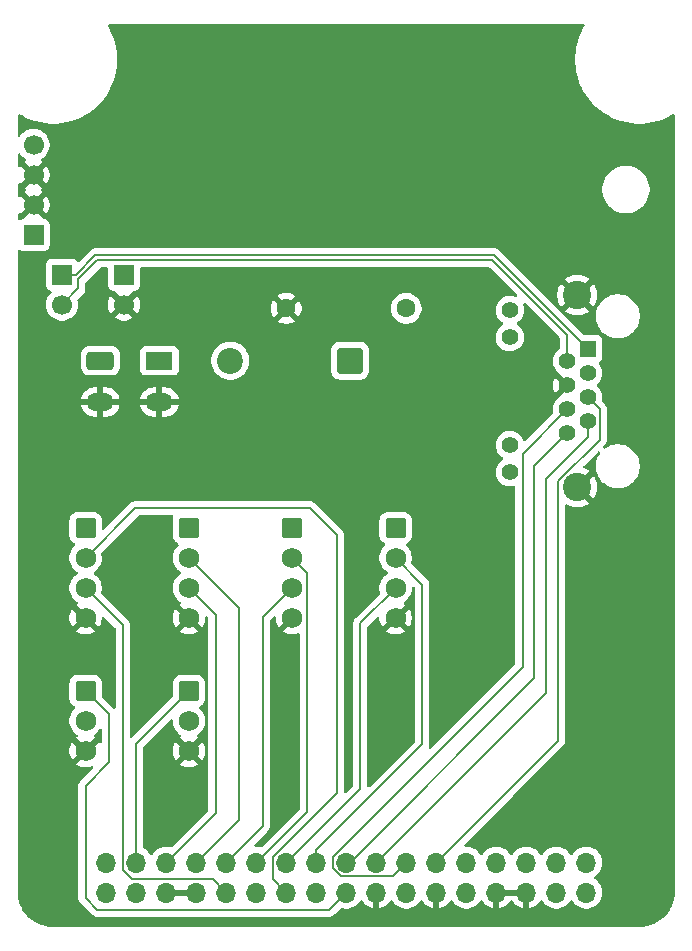
<source format=gtl>
G04 #@! TF.GenerationSoftware,KiCad,Pcbnew,9.0.2*
G04 #@! TF.CreationDate,2025-11-18T17:40:05+08:00*
G04 #@! TF.ProjectId,rio hub,72696f20-6875-4622-9e6b-696361645f70,rev?*
G04 #@! TF.SameCoordinates,Original*
G04 #@! TF.FileFunction,Copper,L1,Top*
G04 #@! TF.FilePolarity,Positive*
%FSLAX46Y46*%
G04 Gerber Fmt 4.6, Leading zero omitted, Abs format (unit mm)*
G04 Created by KiCad (PCBNEW 9.0.2) date 2025-11-18 17:40:05*
%MOMM*%
%LPD*%
G01*
G04 APERTURE LIST*
G04 Aperture macros list*
%AMRoundRect*
0 Rectangle with rounded corners*
0 $1 Rounding radius*
0 $2 $3 $4 $5 $6 $7 $8 $9 X,Y pos of 4 corners*
0 Add a 4 corners polygon primitive as box body*
4,1,4,$2,$3,$4,$5,$6,$7,$8,$9,$2,$3,0*
0 Add four circle primitives for the rounded corners*
1,1,$1+$1,$2,$3*
1,1,$1+$1,$4,$5*
1,1,$1+$1,$6,$7*
1,1,$1+$1,$8,$9*
0 Add four rect primitives between the rounded corners*
20,1,$1+$1,$2,$3,$4,$5,0*
20,1,$1+$1,$4,$5,$6,$7,0*
20,1,$1+$1,$6,$7,$8,$9,0*
20,1,$1+$1,$8,$9,$2,$3,0*%
G04 Aperture macros list end*
G04 #@! TA.AperFunction,ComponentPad*
%ADD10R,2.300000X1.500000*%
G04 #@! TD*
G04 #@! TA.AperFunction,ComponentPad*
%ADD11RoundRect,0.250001X-0.899999X0.499999X-0.899999X-0.499999X0.899999X-0.499999X0.899999X0.499999X0*%
G04 #@! TD*
G04 #@! TA.AperFunction,ComponentPad*
%ADD12O,2.300000X1.500000*%
G04 #@! TD*
G04 #@! TA.AperFunction,ComponentPad*
%ADD13RoundRect,0.249999X0.850001X0.850001X-0.850001X0.850001X-0.850001X-0.850001X0.850001X-0.850001X0*%
G04 #@! TD*
G04 #@! TA.AperFunction,ComponentPad*
%ADD14C,2.200000*%
G04 #@! TD*
G04 #@! TA.AperFunction,ComponentPad*
%ADD15RoundRect,0.250000X-0.620000X0.620000X-0.620000X-0.620000X0.620000X-0.620000X0.620000X0.620000X0*%
G04 #@! TD*
G04 #@! TA.AperFunction,ComponentPad*
%ADD16C,1.740000*%
G04 #@! TD*
G04 #@! TA.AperFunction,ComponentPad*
%ADD17R,1.408000X1.408000*%
G04 #@! TD*
G04 #@! TA.AperFunction,ComponentPad*
%ADD18C,1.408000*%
G04 #@! TD*
G04 #@! TA.AperFunction,ComponentPad*
%ADD19C,2.400000*%
G04 #@! TD*
G04 #@! TA.AperFunction,ComponentPad*
%ADD20R,1.700000X1.700000*%
G04 #@! TD*
G04 #@! TA.AperFunction,ComponentPad*
%ADD21C,1.700000*%
G04 #@! TD*
G04 #@! TA.AperFunction,ComponentPad*
%ADD22C,1.600000*%
G04 #@! TD*
G04 #@! TA.AperFunction,ComponentPad*
%ADD23O,1.700000X1.700000*%
G04 #@! TD*
G04 #@! TA.AperFunction,Conductor*
%ADD24C,0.200000*%
G04 #@! TD*
G04 APERTURE END LIST*
D10*
X112500000Y-129000000D03*
D11*
X107500000Y-129000000D03*
D12*
X112500000Y-132500000D03*
X107500000Y-132500000D03*
D13*
X128660000Y-129000000D03*
D14*
X118500000Y-129000000D03*
D15*
X115000000Y-156960000D03*
D16*
X115000000Y-159500000D03*
X115000000Y-162040000D03*
D15*
X106250000Y-143170000D03*
D16*
X106250000Y-145710000D03*
X106250000Y-148250000D03*
X106250000Y-150790000D03*
D17*
X148780000Y-128016000D03*
D18*
X147000000Y-129036000D03*
X148780000Y-130056000D03*
X147000000Y-131076000D03*
X148780000Y-132096000D03*
X147000000Y-133116000D03*
X148780000Y-134136000D03*
X147000000Y-135156000D03*
X142180000Y-124726000D03*
X142180000Y-127016000D03*
X142180000Y-136156000D03*
X142180000Y-138446000D03*
D19*
X147890000Y-139711000D03*
X147890000Y-123461000D03*
D20*
X104250000Y-121725000D03*
D21*
X104250000Y-124265000D03*
D20*
X101850000Y-118350000D03*
D21*
X101850000Y-115810000D03*
X101850000Y-113270000D03*
X101850000Y-110730000D03*
D15*
X132500000Y-143170000D03*
D16*
X132500000Y-145710000D03*
X132500000Y-148250000D03*
X132500000Y-150790000D03*
D15*
X123750000Y-143170000D03*
D16*
X123750000Y-145710000D03*
X123750000Y-148250000D03*
X123750000Y-150790000D03*
D22*
X133400000Y-124586000D03*
X123240000Y-124586000D03*
D20*
X109500000Y-121725000D03*
D21*
X109500000Y-124265000D03*
D15*
X106250000Y-156960000D03*
D16*
X106250000Y-159500000D03*
X106250000Y-162040000D03*
D15*
X115000000Y-143170000D03*
D16*
X115000000Y-145710000D03*
X115000000Y-148250000D03*
X115000000Y-150790000D03*
D23*
X148640000Y-171500000D03*
X148640000Y-174040000D03*
X146100000Y-171500000D03*
X146100000Y-174040000D03*
X143560000Y-171500000D03*
X143560000Y-174040000D03*
X141020000Y-171500000D03*
X141020000Y-174040000D03*
X138480000Y-171500000D03*
X138480000Y-174040000D03*
X135940000Y-171500000D03*
X135940000Y-174040000D03*
X133400000Y-171500000D03*
X133400000Y-174040000D03*
X130860000Y-171500000D03*
X130860000Y-174040000D03*
X128320000Y-171500000D03*
X128320000Y-174040000D03*
X125780000Y-171500000D03*
X125780000Y-174040000D03*
X123240000Y-171500000D03*
X123240000Y-174040000D03*
X120700000Y-171500000D03*
X120700000Y-174040000D03*
X118160000Y-171500000D03*
X118160000Y-174040000D03*
X115620000Y-171500000D03*
X115620000Y-174040000D03*
X113080000Y-171500000D03*
X113080000Y-174040000D03*
X110540000Y-171500000D03*
X110540000Y-174040000D03*
X108000000Y-171500000D03*
X108000000Y-174040000D03*
D24*
X140863000Y-120099000D02*
X107083900Y-120099000D01*
X148780000Y-128016000D02*
X140863000Y-120099000D01*
X107083900Y-120099000D02*
X105457900Y-121725000D01*
X105457900Y-121725000D02*
X104250000Y-121725000D01*
X147000000Y-129036000D02*
X147000000Y-126803100D01*
X105632500Y-122117500D02*
X105632500Y-122882500D01*
X147000000Y-126803100D02*
X140696900Y-120500000D01*
X105632500Y-122882500D02*
X104250000Y-124265000D01*
X140696900Y-120500000D02*
X107250000Y-120500000D01*
X107250000Y-120500000D02*
X105632500Y-122117500D01*
X127169000Y-171023240D02*
X143250000Y-154942240D01*
X127169000Y-171976760D02*
X127169000Y-171023240D01*
X143250000Y-136866000D02*
X147000000Y-133116000D01*
X143250000Y-154942240D02*
X143250000Y-136866000D01*
X132249000Y-172651000D02*
X127843240Y-172651000D01*
X133400000Y-171500000D02*
X132249000Y-172651000D01*
X127843240Y-172651000D02*
X127169000Y-171976760D01*
X148780000Y-134136000D02*
X148780000Y-135470000D01*
X145250000Y-157110000D02*
X130860000Y-171500000D01*
X145250000Y-139000000D02*
X145250000Y-157110000D01*
X148780000Y-135470000D02*
X145250000Y-139000000D01*
X148780000Y-132096000D02*
X149785000Y-133101000D01*
X146250000Y-161190000D02*
X135940000Y-171500000D01*
X146250000Y-139228265D02*
X146250000Y-161190000D01*
X149785000Y-133101000D02*
X149785000Y-135693265D01*
X149785000Y-135693265D02*
X146250000Y-139228265D01*
X144250000Y-137906000D02*
X144250000Y-155910000D01*
X128660000Y-171500000D02*
X128320000Y-171500000D01*
X147000000Y-135156000D02*
X144250000Y-137906000D01*
X144250000Y-155910000D02*
X128660000Y-171500000D01*
X134750000Y-147960000D02*
X134750000Y-161500000D01*
X134750000Y-161500000D02*
X125780000Y-170470000D01*
X132500000Y-145710000D02*
X134750000Y-147960000D01*
X125780000Y-170470000D02*
X125780000Y-171500000D01*
X132500000Y-148250000D02*
X129500000Y-151250000D01*
X129500000Y-165240000D02*
X123240000Y-171500000D01*
X129500000Y-151250000D02*
X129500000Y-165240000D01*
X125000000Y-167200000D02*
X120700000Y-171500000D01*
X125000000Y-146960000D02*
X125000000Y-167200000D01*
X123750000Y-145710000D02*
X125000000Y-146960000D01*
X121250000Y-150750000D02*
X121250000Y-168410000D01*
X121250000Y-168410000D02*
X118160000Y-171500000D01*
X123750000Y-148250000D02*
X121250000Y-150750000D01*
X119250000Y-167870000D02*
X115620000Y-171500000D01*
X119250000Y-149960000D02*
X119250000Y-167870000D01*
X115000000Y-145710000D02*
X119250000Y-149960000D01*
X117250000Y-150500000D02*
X117250000Y-167330000D01*
X117250000Y-167330000D02*
X113080000Y-171500000D01*
X115000000Y-148250000D02*
X117250000Y-150500000D01*
X110139000Y-172889000D02*
X117009000Y-172889000D01*
X117009000Y-172889000D02*
X118160000Y-174040000D01*
X106250000Y-148250000D02*
X109389000Y-151389000D01*
X109389000Y-151389000D02*
X109389000Y-172139000D01*
X109389000Y-172139000D02*
X110139000Y-172889000D01*
X110460000Y-141500000D02*
X125250000Y-141500000D01*
X106250000Y-145710000D02*
X110460000Y-141500000D01*
X122089000Y-172889000D02*
X123240000Y-174040000D01*
X127500000Y-143750000D02*
X127500000Y-165612240D01*
X125250000Y-141500000D02*
X127500000Y-143750000D01*
X127500000Y-165612240D02*
X122089000Y-171023240D01*
X122089000Y-171023240D02*
X122089000Y-172889000D01*
X110540000Y-171500000D02*
X110540000Y-161420000D01*
X110540000Y-161420000D02*
X115000000Y-156960000D01*
X107250000Y-175500000D02*
X126860000Y-175500000D01*
X106250000Y-156960000D02*
X108250000Y-158960000D01*
X108250000Y-158960000D02*
X108250000Y-163000000D01*
X108250000Y-163000000D02*
X106250000Y-165000000D01*
X126860000Y-175500000D02*
X128320000Y-174040000D01*
X106250000Y-165000000D02*
X106250000Y-174500000D01*
X106250000Y-174500000D02*
X107250000Y-175500000D01*
G04 #@! TA.AperFunction,Conductor*
G36*
X115154075Y-173847007D02*
G01*
X115120000Y-173974174D01*
X115120000Y-174105826D01*
X115154075Y-174232993D01*
X115186988Y-174290000D01*
X113513012Y-174290000D01*
X113545925Y-174232993D01*
X113580000Y-174105826D01*
X113580000Y-173974174D01*
X113545925Y-173847007D01*
X113513012Y-173790000D01*
X115186988Y-173790000D01*
X115154075Y-173847007D01*
G37*
G04 #@! TD.AperFunction*
G04 #@! TA.AperFunction,Conductor*
G36*
X143094075Y-173847007D02*
G01*
X143060000Y-173974174D01*
X143060000Y-174105826D01*
X143094075Y-174232993D01*
X143126988Y-174290000D01*
X141453012Y-174290000D01*
X141485925Y-174232993D01*
X141520000Y-174105826D01*
X141520000Y-173974174D01*
X141485925Y-173847007D01*
X141453012Y-173790000D01*
X143126988Y-173790000D01*
X143094075Y-173847007D01*
G37*
G04 #@! TD.AperFunction*
G04 #@! TA.AperFunction,Conductor*
G36*
X113593922Y-142108522D02*
G01*
X113621957Y-142113543D01*
X113627015Y-142118240D01*
X113633638Y-142120185D01*
X113652285Y-142141704D01*
X113673157Y-142161086D01*
X113674873Y-142167772D01*
X113679393Y-142172989D01*
X113683445Y-142201174D01*
X113690526Y-142228762D01*
X113688799Y-142238406D01*
X113689337Y-142242147D01*
X113684306Y-142263499D01*
X113640001Y-142397203D01*
X113640001Y-142397204D01*
X113640000Y-142397204D01*
X113629500Y-142499983D01*
X113629500Y-143840001D01*
X113629501Y-143840018D01*
X113640000Y-143942796D01*
X113640001Y-143942799D01*
X113675557Y-144050097D01*
X113695186Y-144109334D01*
X113787288Y-144258656D01*
X113911344Y-144382712D01*
X114060666Y-144474814D01*
X114060668Y-144474814D01*
X114060669Y-144474815D01*
X114061348Y-144475132D01*
X114061735Y-144475473D01*
X114066813Y-144478605D01*
X114066277Y-144479472D01*
X114113787Y-144521304D01*
X114132939Y-144588498D01*
X114112723Y-144655379D01*
X114096625Y-144675195D01*
X113954640Y-144817180D01*
X113827843Y-144991700D01*
X113729909Y-145183908D01*
X113663245Y-145389077D01*
X113629500Y-145602133D01*
X113629500Y-145817866D01*
X113663245Y-146030920D01*
X113663246Y-146030926D01*
X113729908Y-146236089D01*
X113827843Y-146428299D01*
X113954641Y-146602821D01*
X114107179Y-146755359D01*
X114228454Y-146843471D01*
X114278294Y-146879682D01*
X114320959Y-146935012D01*
X114326938Y-147004626D01*
X114294332Y-147066421D01*
X114278294Y-147080318D01*
X114107179Y-147204641D01*
X114107177Y-147204643D01*
X114107176Y-147204643D01*
X113954643Y-147357176D01*
X113954643Y-147357177D01*
X113954641Y-147357179D01*
X113900186Y-147432129D01*
X113827843Y-147531700D01*
X113729909Y-147723908D01*
X113729908Y-147723910D01*
X113729908Y-147723911D01*
X113728510Y-147728214D01*
X113663245Y-147929077D01*
X113629500Y-148142133D01*
X113629500Y-148357866D01*
X113663245Y-148570920D01*
X113663246Y-148570926D01*
X113729908Y-148776089D01*
X113827843Y-148968299D01*
X113954641Y-149142821D01*
X114107179Y-149295359D01*
X114107182Y-149295361D01*
X114278720Y-149419991D01*
X114321386Y-149475321D01*
X114327365Y-149544934D01*
X114294759Y-149606729D01*
X114278720Y-149620627D01*
X114223964Y-149660409D01*
X114223964Y-149660410D01*
X114833848Y-150270294D01*
X114789638Y-150282141D01*
X114665362Y-150353891D01*
X114563891Y-150455362D01*
X114492141Y-150579638D01*
X114480294Y-150623848D01*
X113870410Y-150013964D01*
X113828269Y-150071967D01*
X113730372Y-150264098D01*
X113663734Y-150469190D01*
X113630000Y-150682179D01*
X113630000Y-150897820D01*
X113663734Y-151110809D01*
X113730372Y-151315901D01*
X113828271Y-151508036D01*
X113870410Y-151566034D01*
X113870411Y-151566035D01*
X114480294Y-150956151D01*
X114492141Y-151000362D01*
X114563891Y-151124638D01*
X114665362Y-151226109D01*
X114789638Y-151297859D01*
X114833848Y-151309705D01*
X114223963Y-151919588D01*
X114223964Y-151919589D01*
X114281958Y-151961724D01*
X114281971Y-151961732D01*
X114474098Y-152059627D01*
X114679190Y-152126265D01*
X114892180Y-152160000D01*
X115107820Y-152160000D01*
X115320809Y-152126265D01*
X115525901Y-152059627D01*
X115718036Y-151961728D01*
X115776034Y-151919589D01*
X115776034Y-151919588D01*
X115166151Y-151309705D01*
X115210362Y-151297859D01*
X115334638Y-151226109D01*
X115436109Y-151124638D01*
X115507859Y-151000362D01*
X115519705Y-150956151D01*
X116129588Y-151566034D01*
X116129589Y-151566034D01*
X116171728Y-151508036D01*
X116269627Y-151315901D01*
X116336265Y-151110809D01*
X116370000Y-150897820D01*
X116370000Y-150768597D01*
X116376238Y-150747351D01*
X116377818Y-150725263D01*
X116385890Y-150714479D01*
X116389685Y-150701558D01*
X116406418Y-150687058D01*
X116419690Y-150669330D01*
X116432310Y-150664622D01*
X116442489Y-150655803D01*
X116464406Y-150652651D01*
X116485154Y-150644913D01*
X116498314Y-150647775D01*
X116511647Y-150645859D01*
X116531790Y-150655058D01*
X116553427Y-150659765D01*
X116571152Y-150673033D01*
X116575203Y-150674884D01*
X116581680Y-150680915D01*
X116613181Y-150712416D01*
X116646666Y-150773739D01*
X116649500Y-150800097D01*
X116649500Y-167029902D01*
X116629815Y-167096941D01*
X116613181Y-167117583D01*
X113564522Y-170166241D01*
X113503199Y-170199726D01*
X113438523Y-170196491D01*
X113396245Y-170182754D01*
X113229321Y-170156316D01*
X113186287Y-170149500D01*
X112973713Y-170149500D01*
X112930679Y-170156316D01*
X112763760Y-170182753D01*
X112561585Y-170248444D01*
X112372179Y-170344951D01*
X112200213Y-170469890D01*
X112049890Y-170620213D01*
X111924949Y-170792182D01*
X111920484Y-170800946D01*
X111872509Y-170851742D01*
X111804688Y-170868536D01*
X111738553Y-170845998D01*
X111699516Y-170800946D01*
X111695050Y-170792182D01*
X111570109Y-170620213D01*
X111419786Y-170469890D01*
X111247815Y-170344948D01*
X111247814Y-170344947D01*
X111208205Y-170324765D01*
X111157409Y-170276791D01*
X111140500Y-170214281D01*
X111140500Y-161720096D01*
X111160185Y-161653057D01*
X111176814Y-161632420D01*
X113417819Y-159391414D01*
X113479142Y-159357930D01*
X113548834Y-159362914D01*
X113604767Y-159404786D01*
X113629184Y-159470250D01*
X113629500Y-159479096D01*
X113629500Y-159607866D01*
X113663245Y-159820922D01*
X113663246Y-159820926D01*
X113729908Y-160026089D01*
X113827843Y-160218299D01*
X113954641Y-160392821D01*
X114107179Y-160545359D01*
X114107182Y-160545361D01*
X114278720Y-160669991D01*
X114321386Y-160725321D01*
X114327365Y-160794934D01*
X114294759Y-160856729D01*
X114278720Y-160870627D01*
X114223964Y-160910409D01*
X114223964Y-160910410D01*
X114833848Y-161520294D01*
X114789638Y-161532141D01*
X114665362Y-161603891D01*
X114563891Y-161705362D01*
X114492141Y-161829638D01*
X114480294Y-161873848D01*
X113870410Y-161263964D01*
X113828269Y-161321967D01*
X113730372Y-161514098D01*
X113663734Y-161719190D01*
X113630000Y-161932179D01*
X113630000Y-162147820D01*
X113663734Y-162360809D01*
X113730372Y-162565901D01*
X113828271Y-162758036D01*
X113870410Y-162816034D01*
X113870411Y-162816035D01*
X114480294Y-162206151D01*
X114492141Y-162250362D01*
X114563891Y-162374638D01*
X114665362Y-162476109D01*
X114789638Y-162547859D01*
X114833848Y-162559705D01*
X114223963Y-163169588D01*
X114223964Y-163169589D01*
X114281958Y-163211724D01*
X114281971Y-163211732D01*
X114474098Y-163309627D01*
X114679190Y-163376265D01*
X114892180Y-163410000D01*
X115107820Y-163410000D01*
X115320809Y-163376265D01*
X115525901Y-163309627D01*
X115718036Y-163211728D01*
X115776034Y-163169589D01*
X115776034Y-163169588D01*
X115166151Y-162559705D01*
X115210362Y-162547859D01*
X115334638Y-162476109D01*
X115436109Y-162374638D01*
X115507859Y-162250362D01*
X115519705Y-162206151D01*
X116129588Y-162816034D01*
X116129589Y-162816034D01*
X116171728Y-162758036D01*
X116269627Y-162565901D01*
X116336265Y-162360809D01*
X116370000Y-162147820D01*
X116370000Y-161932179D01*
X116336265Y-161719190D01*
X116269627Y-161514098D01*
X116171732Y-161321971D01*
X116171724Y-161321958D01*
X116129589Y-161263964D01*
X116129588Y-161263963D01*
X115519705Y-161873847D01*
X115507859Y-161829638D01*
X115436109Y-161705362D01*
X115334638Y-161603891D01*
X115210362Y-161532141D01*
X115166151Y-161520294D01*
X115776035Y-160910411D01*
X115776034Y-160910410D01*
X115721279Y-160870627D01*
X115678614Y-160815296D01*
X115672635Y-160745683D01*
X115705241Y-160683888D01*
X115721280Y-160669991D01*
X115892821Y-160545359D01*
X116045359Y-160392821D01*
X116172157Y-160218299D01*
X116270092Y-160026089D01*
X116336754Y-159820926D01*
X116351752Y-159726230D01*
X116370500Y-159607866D01*
X116370500Y-159392133D01*
X116336754Y-159179077D01*
X116336754Y-159179074D01*
X116270092Y-158973911D01*
X116172157Y-158781701D01*
X116045359Y-158607179D01*
X115903375Y-158465195D01*
X115869890Y-158403872D01*
X115874874Y-158334180D01*
X115916746Y-158278247D01*
X115938657Y-158265129D01*
X115939322Y-158264817D01*
X115939334Y-158264814D01*
X116088656Y-158172712D01*
X116212712Y-158048656D01*
X116304814Y-157899334D01*
X116359999Y-157732797D01*
X116370500Y-157630009D01*
X116370499Y-156289992D01*
X116359999Y-156187203D01*
X116304814Y-156020666D01*
X116212712Y-155871344D01*
X116088656Y-155747288D01*
X115939334Y-155655186D01*
X115772797Y-155600001D01*
X115772795Y-155600000D01*
X115670010Y-155589500D01*
X114329998Y-155589500D01*
X114329981Y-155589501D01*
X114227203Y-155600000D01*
X114227200Y-155600001D01*
X114060668Y-155655185D01*
X114060663Y-155655187D01*
X113911342Y-155747289D01*
X113787289Y-155871342D01*
X113695187Y-156020663D01*
X113695186Y-156020666D01*
X113640001Y-156187203D01*
X113640001Y-156187204D01*
X113640000Y-156187204D01*
X113629500Y-156289983D01*
X113629500Y-157429902D01*
X113609815Y-157496941D01*
X113593181Y-157517583D01*
X110201181Y-160909583D01*
X110139858Y-160943068D01*
X110070166Y-160938084D01*
X110014233Y-160896212D01*
X109989816Y-160830748D01*
X109989500Y-160821902D01*
X109989500Y-151309945D01*
X109989500Y-151309943D01*
X109948577Y-151157216D01*
X109886732Y-151050096D01*
X109869524Y-151020290D01*
X109869521Y-151020286D01*
X109869520Y-151020284D01*
X109757716Y-150908480D01*
X109757715Y-150908479D01*
X109753385Y-150904149D01*
X109753374Y-150904139D01*
X107599629Y-148750394D01*
X107566144Y-148689071D01*
X107569379Y-148624396D01*
X107586754Y-148570926D01*
X107605160Y-148454708D01*
X107620500Y-148357866D01*
X107620500Y-148142133D01*
X107586754Y-147929077D01*
X107586754Y-147929074D01*
X107520092Y-147723911D01*
X107422157Y-147531701D01*
X107295359Y-147357179D01*
X107142821Y-147204641D01*
X106971704Y-147080317D01*
X106929040Y-147024988D01*
X106923061Y-146955374D01*
X106955667Y-146893580D01*
X106971702Y-146879684D01*
X107142821Y-146755359D01*
X107295359Y-146602821D01*
X107422157Y-146428299D01*
X107520092Y-146236089D01*
X107586754Y-146030926D01*
X107601752Y-145936230D01*
X107620500Y-145817866D01*
X107620500Y-145602133D01*
X107586754Y-145389077D01*
X107586754Y-145389074D01*
X107569379Y-145335603D01*
X107567383Y-145265764D01*
X107599627Y-145209606D01*
X110672416Y-142136819D01*
X110733739Y-142103334D01*
X110760097Y-142100500D01*
X113566599Y-142100500D01*
X113593922Y-142108522D01*
G37*
G04 #@! TD.AperFunction*
G04 #@! TA.AperFunction,Conductor*
G36*
X122299334Y-150652414D02*
G01*
X122355267Y-150694286D01*
X122379684Y-150759750D01*
X122380000Y-150768596D01*
X122380000Y-150897820D01*
X122413734Y-151110809D01*
X122480372Y-151315901D01*
X122578271Y-151508036D01*
X122620410Y-151566034D01*
X122620410Y-151566035D01*
X123230294Y-150956151D01*
X123242141Y-151000362D01*
X123313891Y-151124638D01*
X123415362Y-151226109D01*
X123539638Y-151297859D01*
X123583846Y-151309704D01*
X122973963Y-151919588D01*
X122973964Y-151919589D01*
X123031958Y-151961724D01*
X123031971Y-151961732D01*
X123224098Y-152059627D01*
X123429190Y-152126265D01*
X123642180Y-152160000D01*
X123857820Y-152160000D01*
X124070809Y-152126265D01*
X124237181Y-152072208D01*
X124307023Y-152070213D01*
X124366856Y-152106293D01*
X124397684Y-152168994D01*
X124399500Y-152190139D01*
X124399500Y-166899902D01*
X124379815Y-166966941D01*
X124363181Y-166987583D01*
X121184522Y-170166241D01*
X121123199Y-170199726D01*
X121058523Y-170196491D01*
X121016245Y-170182754D01*
X120849321Y-170156316D01*
X120806287Y-170149500D01*
X120659096Y-170149500D01*
X120592057Y-170129815D01*
X120546302Y-170077011D01*
X120536358Y-170007853D01*
X120565383Y-169944297D01*
X120571415Y-169937819D01*
X121618713Y-168890521D01*
X121618716Y-168890520D01*
X121730520Y-168778716D01*
X121780639Y-168691904D01*
X121809577Y-168641785D01*
X121850501Y-168489057D01*
X121850501Y-168330943D01*
X121850501Y-168323348D01*
X121850500Y-168323330D01*
X121850500Y-151050096D01*
X121870185Y-150983057D01*
X121886814Y-150962420D01*
X122168320Y-150680914D01*
X122229642Y-150647430D01*
X122299334Y-150652414D01*
G37*
G04 #@! TD.AperFunction*
G04 #@! TA.AperFunction,Conductor*
G36*
X134075703Y-148135384D02*
G01*
X134082181Y-148141416D01*
X134113181Y-148172416D01*
X134146666Y-148233739D01*
X134149500Y-148260097D01*
X134149500Y-161199902D01*
X134129815Y-161266941D01*
X134113181Y-161287583D01*
X130312181Y-165088583D01*
X130250858Y-165122068D01*
X130181166Y-165117084D01*
X130125233Y-165075212D01*
X130100816Y-165009748D01*
X130100500Y-165000902D01*
X130100500Y-151550096D01*
X130120185Y-151483057D01*
X130136814Y-151462420D01*
X130918321Y-150680913D01*
X130979642Y-150647430D01*
X131049334Y-150652414D01*
X131105267Y-150694286D01*
X131129684Y-150759750D01*
X131130000Y-150768596D01*
X131130000Y-150897820D01*
X131163734Y-151110809D01*
X131230372Y-151315901D01*
X131328271Y-151508036D01*
X131370410Y-151566034D01*
X131370410Y-151566035D01*
X131980294Y-150956151D01*
X131992141Y-151000362D01*
X132063891Y-151124638D01*
X132165362Y-151226109D01*
X132289638Y-151297859D01*
X132333848Y-151309705D01*
X131723963Y-151919588D01*
X131723964Y-151919589D01*
X131781958Y-151961724D01*
X131781971Y-151961732D01*
X131974098Y-152059627D01*
X132179190Y-152126265D01*
X132392180Y-152160000D01*
X132607820Y-152160000D01*
X132820809Y-152126265D01*
X133025901Y-152059627D01*
X133218036Y-151961728D01*
X133276034Y-151919589D01*
X133276034Y-151919588D01*
X132666151Y-151309705D01*
X132710362Y-151297859D01*
X132834638Y-151226109D01*
X132936109Y-151124638D01*
X133007859Y-151000362D01*
X133019705Y-150956151D01*
X133629588Y-151566034D01*
X133629589Y-151566034D01*
X133671728Y-151508036D01*
X133769627Y-151315901D01*
X133836265Y-151110809D01*
X133870000Y-150897820D01*
X133870000Y-150682179D01*
X133836265Y-150469190D01*
X133769627Y-150264098D01*
X133671732Y-150071971D01*
X133671724Y-150071958D01*
X133629589Y-150013964D01*
X133629588Y-150013963D01*
X133019705Y-150623847D01*
X133007859Y-150579638D01*
X132936109Y-150455362D01*
X132834638Y-150353891D01*
X132710362Y-150282141D01*
X132666151Y-150270294D01*
X133276035Y-149660410D01*
X133221279Y-149620627D01*
X133178614Y-149565296D01*
X133172635Y-149495683D01*
X133205241Y-149433888D01*
X133221280Y-149419991D01*
X133392821Y-149295359D01*
X133545359Y-149142821D01*
X133672157Y-148968299D01*
X133770092Y-148776089D01*
X133836754Y-148570926D01*
X133851752Y-148476230D01*
X133870500Y-148357866D01*
X133870500Y-148229097D01*
X133890185Y-148162058D01*
X133942989Y-148116303D01*
X134012147Y-148106359D01*
X134075703Y-148135384D01*
G37*
G04 #@! TD.AperFunction*
G04 #@! TA.AperFunction,Conductor*
G36*
X107604633Y-160191513D02*
G01*
X107643684Y-160249450D01*
X107649500Y-160286980D01*
X107649500Y-161253982D01*
X107629815Y-161321021D01*
X107577011Y-161366776D01*
X107507853Y-161376720D01*
X107444297Y-161347695D01*
X107425347Y-161325355D01*
X107424592Y-161325905D01*
X107379589Y-161263964D01*
X107379588Y-161263963D01*
X106769705Y-161873847D01*
X106757859Y-161829638D01*
X106686109Y-161705362D01*
X106584638Y-161603891D01*
X106460362Y-161532141D01*
X106416151Y-161520294D01*
X107026035Y-160910411D01*
X107026034Y-160910410D01*
X106971279Y-160870627D01*
X106928614Y-160815296D01*
X106922635Y-160745683D01*
X106955241Y-160683888D01*
X106971280Y-160669991D01*
X107142821Y-160545359D01*
X107295359Y-160392821D01*
X107422157Y-160218299D01*
X107422157Y-160218298D01*
X107425021Y-160214357D01*
X107426921Y-160215738D01*
X107471533Y-160175340D01*
X107540457Y-160163885D01*
X107604633Y-160191513D01*
G37*
G04 #@! TD.AperFunction*
G04 #@! TA.AperFunction,Conductor*
G36*
X148450705Y-100520185D02*
G01*
X148496460Y-100572989D01*
X148506404Y-100642147D01*
X148489393Y-100689290D01*
X148392318Y-100847700D01*
X148392312Y-100847711D01*
X148198505Y-101228078D01*
X148035148Y-101622457D01*
X148035144Y-101622469D01*
X147903228Y-102028462D01*
X147903226Y-102028468D01*
X147903225Y-102028473D01*
X147803572Y-102443559D01*
X147736795Y-102865175D01*
X147736794Y-102865185D01*
X147703300Y-103290757D01*
X147703300Y-103717643D01*
X147736794Y-104143215D01*
X147803573Y-104564846D01*
X147903228Y-104979938D01*
X148035144Y-105385930D01*
X148035148Y-105385942D01*
X148148895Y-105660552D01*
X148198506Y-105780324D01*
X148392309Y-106160683D01*
X148392312Y-106160688D01*
X148392318Y-106160699D01*
X148615350Y-106524654D01*
X148615355Y-106524661D01*
X148615357Y-106524664D01*
X148866275Y-106870023D01*
X149143515Y-107194630D01*
X149445370Y-107496485D01*
X149769977Y-107773725D01*
X150115336Y-108024643D01*
X150115340Y-108024645D01*
X150115345Y-108024649D01*
X150479300Y-108247681D01*
X150479306Y-108247684D01*
X150479317Y-108247691D01*
X150859676Y-108441494D01*
X151254069Y-108604856D01*
X151660062Y-108736772D01*
X152075154Y-108836427D01*
X152496785Y-108903206D01*
X152922357Y-108936700D01*
X152922363Y-108936700D01*
X153349237Y-108936700D01*
X153349243Y-108936700D01*
X153774815Y-108903206D01*
X154196446Y-108836427D01*
X154611538Y-108736772D01*
X155017531Y-108604856D01*
X155411924Y-108441494D01*
X155792283Y-108247691D01*
X155950711Y-108150605D01*
X156018155Y-108132361D01*
X156084758Y-108153477D01*
X156129371Y-108207248D01*
X156139500Y-108256333D01*
X156139500Y-173966753D01*
X156139330Y-173973243D01*
X156123407Y-174277046D01*
X156122050Y-174289953D01*
X156074971Y-174587205D01*
X156072273Y-174599902D01*
X155994374Y-174890623D01*
X155990363Y-174902966D01*
X155882510Y-175183935D01*
X155877231Y-175195793D01*
X155740591Y-175463963D01*
X155734101Y-175475203D01*
X155570187Y-175727608D01*
X155562558Y-175738109D01*
X155373149Y-175972010D01*
X155364464Y-175981655D01*
X155151655Y-176194464D01*
X155142010Y-176203149D01*
X154908109Y-176392558D01*
X154897608Y-176400187D01*
X154645203Y-176564101D01*
X154633963Y-176570591D01*
X154365793Y-176707231D01*
X154353935Y-176712510D01*
X154072966Y-176820363D01*
X154060623Y-176824374D01*
X153769902Y-176902273D01*
X153757205Y-176904971D01*
X153459953Y-176952050D01*
X153447046Y-176953407D01*
X153143244Y-176969330D01*
X153136754Y-176969500D01*
X103503246Y-176969500D01*
X103496756Y-176969330D01*
X103192953Y-176953407D01*
X103180046Y-176952050D01*
X102882794Y-176904971D01*
X102870097Y-176902273D01*
X102579376Y-176824374D01*
X102567033Y-176820363D01*
X102286064Y-176712510D01*
X102274206Y-176707231D01*
X102006036Y-176570591D01*
X101994796Y-176564101D01*
X101742391Y-176400187D01*
X101731890Y-176392558D01*
X101497989Y-176203149D01*
X101488344Y-176194464D01*
X101275535Y-175981655D01*
X101266850Y-175972010D01*
X101077441Y-175738109D01*
X101069812Y-175727608D01*
X100905896Y-175475199D01*
X100899408Y-175463963D01*
X100850120Y-175367231D01*
X100762767Y-175195790D01*
X100757489Y-175183935D01*
X100713647Y-175069723D01*
X100649635Y-174902965D01*
X100645625Y-174890623D01*
X100607290Y-174747555D01*
X100567724Y-174599896D01*
X100565028Y-174587205D01*
X100517949Y-174289953D01*
X100516592Y-174277046D01*
X100500670Y-173973243D01*
X100500500Y-173966753D01*
X100500500Y-132250000D01*
X105874016Y-132250000D01*
X106951518Y-132250000D01*
X106940889Y-132268409D01*
X106900000Y-132421009D01*
X106900000Y-132578991D01*
X106940889Y-132731591D01*
X106951518Y-132750000D01*
X105874016Y-132750000D01*
X105880781Y-132792716D01*
X105941581Y-132979837D01*
X106030904Y-133155143D01*
X106146555Y-133314321D01*
X106285678Y-133453444D01*
X106444856Y-133569095D01*
X106620164Y-133658418D01*
X106807294Y-133719221D01*
X107001618Y-133750000D01*
X107250000Y-133750000D01*
X107250000Y-133048482D01*
X107268409Y-133059111D01*
X107421009Y-133100000D01*
X107578991Y-133100000D01*
X107731591Y-133059111D01*
X107750000Y-133048482D01*
X107750000Y-133750000D01*
X107998382Y-133750000D01*
X108192705Y-133719221D01*
X108379835Y-133658418D01*
X108555143Y-133569095D01*
X108714321Y-133453444D01*
X108853444Y-133314321D01*
X108969095Y-133155143D01*
X109058418Y-132979837D01*
X109119218Y-132792716D01*
X109125984Y-132750000D01*
X108048482Y-132750000D01*
X108059111Y-132731591D01*
X108100000Y-132578991D01*
X108100000Y-132421009D01*
X108059111Y-132268409D01*
X108048482Y-132250000D01*
X109125984Y-132250000D01*
X110874016Y-132250000D01*
X111951518Y-132250000D01*
X111940889Y-132268409D01*
X111900000Y-132421009D01*
X111900000Y-132578991D01*
X111940889Y-132731591D01*
X111951518Y-132750000D01*
X110874016Y-132750000D01*
X110880781Y-132792716D01*
X110941581Y-132979837D01*
X111030904Y-133155143D01*
X111146555Y-133314321D01*
X111285678Y-133453444D01*
X111444856Y-133569095D01*
X111620164Y-133658418D01*
X111807294Y-133719221D01*
X112001618Y-133750000D01*
X112250000Y-133750000D01*
X112250000Y-133048482D01*
X112268409Y-133059111D01*
X112421009Y-133100000D01*
X112578991Y-133100000D01*
X112731591Y-133059111D01*
X112750000Y-133048482D01*
X112750000Y-133750000D01*
X112998382Y-133750000D01*
X113192705Y-133719221D01*
X113379835Y-133658418D01*
X113555143Y-133569095D01*
X113714321Y-133453444D01*
X113853444Y-133314321D01*
X113969095Y-133155143D01*
X114058418Y-132979837D01*
X114119218Y-132792716D01*
X114125984Y-132750000D01*
X113048482Y-132750000D01*
X113059111Y-132731591D01*
X113100000Y-132578991D01*
X113100000Y-132421009D01*
X113059111Y-132268409D01*
X113048482Y-132250000D01*
X114125984Y-132250000D01*
X114119218Y-132207283D01*
X114058418Y-132020162D01*
X113969095Y-131844856D01*
X113853444Y-131685678D01*
X113714321Y-131546555D01*
X113555143Y-131430904D01*
X113379835Y-131341581D01*
X113192705Y-131280778D01*
X112998382Y-131250000D01*
X112750000Y-131250000D01*
X112750000Y-131951517D01*
X112731591Y-131940889D01*
X112578991Y-131900000D01*
X112421009Y-131900000D01*
X112268409Y-131940889D01*
X112250000Y-131951517D01*
X112250000Y-131250000D01*
X112001618Y-131250000D01*
X111807294Y-131280778D01*
X111620164Y-131341581D01*
X111444856Y-131430904D01*
X111285678Y-131546555D01*
X111146555Y-131685678D01*
X111030904Y-131844856D01*
X110941581Y-132020162D01*
X110880781Y-132207283D01*
X110874016Y-132250000D01*
X109125984Y-132250000D01*
X109119218Y-132207283D01*
X109058418Y-132020162D01*
X108969095Y-131844856D01*
X108853444Y-131685678D01*
X108714321Y-131546555D01*
X108555143Y-131430904D01*
X108379835Y-131341581D01*
X108192705Y-131280778D01*
X107998382Y-131250000D01*
X107750000Y-131250000D01*
X107750000Y-131951517D01*
X107731591Y-131940889D01*
X107578991Y-131900000D01*
X107421009Y-131900000D01*
X107268409Y-131940889D01*
X107250000Y-131951517D01*
X107250000Y-131250000D01*
X107001618Y-131250000D01*
X106807294Y-131280778D01*
X106620164Y-131341581D01*
X106444856Y-131430904D01*
X106285678Y-131546555D01*
X106146555Y-131685678D01*
X106030904Y-131844856D01*
X105941581Y-132020162D01*
X105880781Y-132207283D01*
X105874016Y-132250000D01*
X100500500Y-132250000D01*
X100500500Y-128449984D01*
X105849500Y-128449984D01*
X105849500Y-129550015D01*
X105860000Y-129652795D01*
X105860001Y-129652796D01*
X105915186Y-129819335D01*
X105915187Y-129819337D01*
X106007286Y-129968651D01*
X106007289Y-129968655D01*
X106131344Y-130092710D01*
X106131348Y-130092713D01*
X106280662Y-130184812D01*
X106280664Y-130184813D01*
X106280666Y-130184814D01*
X106447203Y-130239999D01*
X106549992Y-130250500D01*
X106549997Y-130250500D01*
X108450003Y-130250500D01*
X108450008Y-130250500D01*
X108552797Y-130239999D01*
X108719334Y-130184814D01*
X108868655Y-130092711D01*
X108992711Y-129968655D01*
X109084814Y-129819334D01*
X109139999Y-129652797D01*
X109150500Y-129550008D01*
X109150500Y-128449992D01*
X109139999Y-128347203D01*
X109091928Y-128202135D01*
X110849500Y-128202135D01*
X110849500Y-129797870D01*
X110849501Y-129797876D01*
X110855908Y-129857483D01*
X110906202Y-129992328D01*
X110906206Y-129992335D01*
X110992452Y-130107544D01*
X110992455Y-130107547D01*
X111107664Y-130193793D01*
X111107671Y-130193797D01*
X111242517Y-130244091D01*
X111242516Y-130244091D01*
X111249444Y-130244835D01*
X111302127Y-130250500D01*
X113697872Y-130250499D01*
X113757483Y-130244091D01*
X113892331Y-130193796D01*
X114007546Y-130107546D01*
X114093796Y-129992331D01*
X114144091Y-129857483D01*
X114150500Y-129797873D01*
X114150499Y-128874038D01*
X116899500Y-128874038D01*
X116899500Y-129125961D01*
X116938910Y-129374785D01*
X117016760Y-129614383D01*
X117095413Y-129768747D01*
X117121874Y-129820680D01*
X117131132Y-129838848D01*
X117279201Y-130042649D01*
X117279205Y-130042654D01*
X117457345Y-130220794D01*
X117457350Y-130220798D01*
X117618735Y-130338050D01*
X117661155Y-130368870D01*
X117804184Y-130441747D01*
X117885616Y-130483239D01*
X117885618Y-130483239D01*
X117885621Y-130483241D01*
X118125215Y-130561090D01*
X118374038Y-130600500D01*
X118374039Y-130600500D01*
X118625961Y-130600500D01*
X118625962Y-130600500D01*
X118874785Y-130561090D01*
X119114379Y-130483241D01*
X119338845Y-130368870D01*
X119542656Y-130220793D01*
X119720793Y-130042656D01*
X119868870Y-129838845D01*
X119983241Y-129614379D01*
X120061090Y-129374785D01*
X120100500Y-129125962D01*
X120100500Y-128874038D01*
X120061090Y-128625215D01*
X119983241Y-128385621D01*
X119983239Y-128385618D01*
X119983239Y-128385616D01*
X119914811Y-128251319D01*
X119868870Y-128161155D01*
X119847871Y-128132252D01*
X119824426Y-128099982D01*
X127059500Y-128099982D01*
X127059500Y-129900017D01*
X127070000Y-130002796D01*
X127125185Y-130169332D01*
X127125187Y-130169337D01*
X127140272Y-130193793D01*
X127217288Y-130318656D01*
X127341344Y-130442712D01*
X127490665Y-130534814D01*
X127657202Y-130589999D01*
X127759990Y-130600500D01*
X127759995Y-130600500D01*
X129560005Y-130600500D01*
X129560010Y-130600500D01*
X129662798Y-130589999D01*
X129829335Y-130534814D01*
X129978656Y-130442712D01*
X130102712Y-130318656D01*
X130194814Y-130169335D01*
X130249999Y-130002798D01*
X130260500Y-129900010D01*
X130260500Y-128099990D01*
X130249999Y-127997202D01*
X130194814Y-127830665D01*
X130102712Y-127681344D01*
X129978656Y-127557288D01*
X129850713Y-127478372D01*
X129829337Y-127465187D01*
X129829332Y-127465185D01*
X129827863Y-127464698D01*
X129662798Y-127410001D01*
X129662796Y-127410000D01*
X129560017Y-127399500D01*
X129560010Y-127399500D01*
X127759990Y-127399500D01*
X127759982Y-127399500D01*
X127657203Y-127410000D01*
X127657202Y-127410001D01*
X127574669Y-127437349D01*
X127490667Y-127465185D01*
X127490662Y-127465187D01*
X127341342Y-127557289D01*
X127217289Y-127681342D01*
X127125187Y-127830662D01*
X127125186Y-127830665D01*
X127070001Y-127997202D01*
X127070001Y-127997203D01*
X127070000Y-127997203D01*
X127059500Y-128099982D01*
X119824426Y-128099982D01*
X119720798Y-127957350D01*
X119720794Y-127957345D01*
X119542654Y-127779205D01*
X119542649Y-127779201D01*
X119338848Y-127631132D01*
X119338847Y-127631131D01*
X119338845Y-127631130D01*
X119268747Y-127595413D01*
X119114383Y-127516760D01*
X118874785Y-127438910D01*
X118625962Y-127399500D01*
X118374038Y-127399500D01*
X118307738Y-127410001D01*
X118125214Y-127438910D01*
X117885616Y-127516760D01*
X117661151Y-127631132D01*
X117457350Y-127779201D01*
X117457345Y-127779205D01*
X117279205Y-127957345D01*
X117279201Y-127957350D01*
X117131132Y-128161151D01*
X117016760Y-128385616D01*
X116938910Y-128625214D01*
X116899500Y-128874038D01*
X114150499Y-128874038D01*
X114150499Y-128202128D01*
X114144091Y-128142517D01*
X114140263Y-128132254D01*
X114093797Y-128007671D01*
X114093793Y-128007664D01*
X114007547Y-127892455D01*
X114007544Y-127892452D01*
X113892335Y-127806206D01*
X113892328Y-127806202D01*
X113757482Y-127755908D01*
X113757483Y-127755908D01*
X113697883Y-127749501D01*
X113697881Y-127749500D01*
X113697873Y-127749500D01*
X113697864Y-127749500D01*
X111302129Y-127749500D01*
X111302123Y-127749501D01*
X111242516Y-127755908D01*
X111107671Y-127806202D01*
X111107664Y-127806206D01*
X110992455Y-127892452D01*
X110992452Y-127892455D01*
X110906206Y-128007664D01*
X110906202Y-128007671D01*
X110855908Y-128142517D01*
X110851807Y-128180666D01*
X110849501Y-128202123D01*
X110849500Y-128202135D01*
X109091928Y-128202135D01*
X109084814Y-128180666D01*
X109072779Y-128161155D01*
X108992713Y-128031348D01*
X108992710Y-128031344D01*
X108868655Y-127907289D01*
X108868651Y-127907286D01*
X108719337Y-127815187D01*
X108719335Y-127815186D01*
X108636065Y-127787593D01*
X108552797Y-127760001D01*
X108552795Y-127760000D01*
X108450015Y-127749500D01*
X108450008Y-127749500D01*
X106549992Y-127749500D01*
X106549984Y-127749500D01*
X106447204Y-127760000D01*
X106447203Y-127760001D01*
X106280664Y-127815186D01*
X106280662Y-127815187D01*
X106131348Y-127907286D01*
X106131344Y-127907289D01*
X106007289Y-128031344D01*
X106007286Y-128031348D01*
X105915187Y-128180662D01*
X105915186Y-128180664D01*
X105860001Y-128347203D01*
X105860000Y-128347204D01*
X105849500Y-128449984D01*
X100500500Y-128449984D01*
X100500500Y-120827135D01*
X102899500Y-120827135D01*
X102899500Y-122622870D01*
X102899501Y-122622876D01*
X102905908Y-122682483D01*
X102956202Y-122817328D01*
X102956206Y-122817335D01*
X103042452Y-122932544D01*
X103042455Y-122932547D01*
X103157664Y-123018793D01*
X103157671Y-123018797D01*
X103289082Y-123067810D01*
X103345016Y-123109681D01*
X103369433Y-123175145D01*
X103354582Y-123243418D01*
X103333431Y-123271673D01*
X103219889Y-123385215D01*
X103094951Y-123557179D01*
X102998444Y-123746585D01*
X102932753Y-123948760D01*
X102899500Y-124158713D01*
X102899500Y-124371286D01*
X102932735Y-124581127D01*
X102932754Y-124581243D01*
X102951811Y-124639895D01*
X102998444Y-124783414D01*
X103094951Y-124972820D01*
X103219890Y-125144786D01*
X103370213Y-125295109D01*
X103542179Y-125420048D01*
X103542181Y-125420049D01*
X103542184Y-125420051D01*
X103731588Y-125516557D01*
X103933757Y-125582246D01*
X104143713Y-125615500D01*
X104143714Y-125615500D01*
X104356286Y-125615500D01*
X104356287Y-125615500D01*
X104566243Y-125582246D01*
X104768412Y-125516557D01*
X104957816Y-125420051D01*
X105012572Y-125380269D01*
X105129786Y-125295109D01*
X105129788Y-125295106D01*
X105129792Y-125295104D01*
X105280104Y-125144792D01*
X105280106Y-125144788D01*
X105280109Y-125144786D01*
X105405048Y-124972820D01*
X105405047Y-124972820D01*
X105405051Y-124972816D01*
X105501557Y-124783412D01*
X105567246Y-124581243D01*
X105600500Y-124371287D01*
X105600500Y-124158713D01*
X105567246Y-123948757D01*
X105553506Y-123906473D01*
X105551512Y-123836635D01*
X105583755Y-123780478D01*
X106001213Y-123363021D01*
X106001216Y-123363020D01*
X106113020Y-123251216D01*
X106163139Y-123164404D01*
X106192077Y-123114285D01*
X106233000Y-122961558D01*
X106233000Y-122803443D01*
X106233000Y-122417597D01*
X106252685Y-122350558D01*
X106269319Y-122329916D01*
X107462416Y-121136819D01*
X107523739Y-121103334D01*
X107550097Y-121100500D01*
X108025500Y-121100500D01*
X108092539Y-121120185D01*
X108138294Y-121172989D01*
X108149500Y-121224500D01*
X108149500Y-122622870D01*
X108149501Y-122622876D01*
X108155908Y-122682483D01*
X108206202Y-122817328D01*
X108206206Y-122817335D01*
X108292452Y-122932544D01*
X108292455Y-122932547D01*
X108407664Y-123018793D01*
X108407671Y-123018797D01*
X108452618Y-123035561D01*
X108542517Y-123069091D01*
X108602127Y-123075500D01*
X108612685Y-123075499D01*
X108679723Y-123095179D01*
X108700372Y-123111818D01*
X109370591Y-123782037D01*
X109307007Y-123799075D01*
X109192993Y-123864901D01*
X109099901Y-123957993D01*
X109034075Y-124072007D01*
X109017037Y-124135591D01*
X108384728Y-123503282D01*
X108384727Y-123503282D01*
X108345380Y-123557439D01*
X108248904Y-123746782D01*
X108183242Y-123948869D01*
X108183242Y-123948872D01*
X108150000Y-124158753D01*
X108150000Y-124371246D01*
X108183242Y-124581127D01*
X108183242Y-124581130D01*
X108248904Y-124783217D01*
X108345375Y-124972550D01*
X108384728Y-125026716D01*
X109017037Y-124394408D01*
X109034075Y-124457993D01*
X109099901Y-124572007D01*
X109192993Y-124665099D01*
X109307007Y-124730925D01*
X109370590Y-124747962D01*
X108738282Y-125380269D01*
X108738282Y-125380270D01*
X108792449Y-125419624D01*
X108981782Y-125516095D01*
X109183870Y-125581757D01*
X109393754Y-125615000D01*
X109606246Y-125615000D01*
X109816127Y-125581757D01*
X109816130Y-125581757D01*
X110018219Y-125516094D01*
X110034634Y-125507731D01*
X110034635Y-125507730D01*
X110207554Y-125419622D01*
X110261716Y-125380270D01*
X110261717Y-125380270D01*
X109629408Y-124747962D01*
X109692993Y-124730925D01*
X109807007Y-124665099D01*
X109900099Y-124572007D01*
X109965925Y-124457993D01*
X109982962Y-124394408D01*
X110615270Y-125026717D01*
X110615270Y-125026716D01*
X110654622Y-124972554D01*
X110751095Y-124783217D01*
X110816757Y-124581130D01*
X110816757Y-124581127D01*
X110832192Y-124483682D01*
X121940000Y-124483682D01*
X121940000Y-124688317D01*
X121972009Y-124890417D01*
X122035244Y-125085031D01*
X122128141Y-125267350D01*
X122128147Y-125267359D01*
X122160523Y-125311921D01*
X122160524Y-125311922D01*
X122840000Y-124632446D01*
X122840000Y-124638661D01*
X122867259Y-124740394D01*
X122919920Y-124831606D01*
X122994394Y-124906080D01*
X123085606Y-124958741D01*
X123187339Y-124986000D01*
X123193553Y-124986000D01*
X122514076Y-125665474D01*
X122558650Y-125697859D01*
X122740968Y-125790755D01*
X122935582Y-125853990D01*
X123137683Y-125886000D01*
X123342317Y-125886000D01*
X123544417Y-125853990D01*
X123739031Y-125790755D01*
X123921349Y-125697859D01*
X123965921Y-125665474D01*
X123286447Y-124986000D01*
X123292661Y-124986000D01*
X123394394Y-124958741D01*
X123485606Y-124906080D01*
X123560080Y-124831606D01*
X123612741Y-124740394D01*
X123640000Y-124638661D01*
X123640000Y-124632448D01*
X124319474Y-125311922D01*
X124319474Y-125311921D01*
X124351859Y-125267349D01*
X124444755Y-125085031D01*
X124507990Y-124890417D01*
X124540000Y-124688317D01*
X124540000Y-124483682D01*
X124539995Y-124483648D01*
X132099500Y-124483648D01*
X132099500Y-124688351D01*
X132131522Y-124890534D01*
X132194781Y-125085223D01*
X132233392Y-125161000D01*
X132287585Y-125267359D01*
X132287715Y-125267613D01*
X132408028Y-125433213D01*
X132552786Y-125577971D01*
X132673226Y-125665474D01*
X132718390Y-125698287D01*
X132832013Y-125756181D01*
X132900776Y-125791218D01*
X132900778Y-125791218D01*
X132900781Y-125791220D01*
X132953933Y-125808490D01*
X133095465Y-125854477D01*
X133196557Y-125870488D01*
X133297648Y-125886500D01*
X133297649Y-125886500D01*
X133502351Y-125886500D01*
X133502352Y-125886500D01*
X133704534Y-125854477D01*
X133899219Y-125791220D01*
X134081610Y-125698287D01*
X134174590Y-125630732D01*
X134247213Y-125577971D01*
X134247215Y-125577968D01*
X134247219Y-125577966D01*
X134391966Y-125433219D01*
X134391968Y-125433215D01*
X134391971Y-125433213D01*
X134447133Y-125357288D01*
X134512287Y-125267610D01*
X134605220Y-125085219D01*
X134668477Y-124890534D01*
X134700500Y-124688352D01*
X134700500Y-124483648D01*
X134688438Y-124407491D01*
X134668477Y-124281465D01*
X134637458Y-124186000D01*
X134605220Y-124086781D01*
X134605218Y-124086778D01*
X134605218Y-124086776D01*
X134539599Y-123957993D01*
X134512287Y-123904390D01*
X134480092Y-123860077D01*
X134391971Y-123738786D01*
X134247213Y-123594028D01*
X134081613Y-123473715D01*
X134081612Y-123473714D01*
X134081610Y-123473713D01*
X133970623Y-123417162D01*
X133899223Y-123380781D01*
X133704534Y-123317522D01*
X133529995Y-123289878D01*
X133502352Y-123285500D01*
X133297648Y-123285500D01*
X133273329Y-123289351D01*
X133095465Y-123317522D01*
X132900776Y-123380781D01*
X132718386Y-123473715D01*
X132552786Y-123594028D01*
X132408028Y-123738786D01*
X132287715Y-123904386D01*
X132194781Y-124086776D01*
X132131522Y-124281465D01*
X132099500Y-124483648D01*
X124539995Y-124483648D01*
X124507990Y-124281582D01*
X124444755Y-124086968D01*
X124351859Y-123904650D01*
X124319474Y-123860077D01*
X124319474Y-123860076D01*
X123640000Y-124539551D01*
X123640000Y-124533339D01*
X123612741Y-124431606D01*
X123560080Y-124340394D01*
X123485606Y-124265920D01*
X123394394Y-124213259D01*
X123292661Y-124186000D01*
X123286446Y-124186000D01*
X123965922Y-123506524D01*
X123965921Y-123506523D01*
X123921359Y-123474147D01*
X123921350Y-123474141D01*
X123739031Y-123381244D01*
X123544417Y-123318009D01*
X123342317Y-123286000D01*
X123137683Y-123286000D01*
X122935582Y-123318009D01*
X122740968Y-123381244D01*
X122558644Y-123474143D01*
X122514077Y-123506523D01*
X122514077Y-123506524D01*
X123193554Y-124186000D01*
X123187339Y-124186000D01*
X123085606Y-124213259D01*
X122994394Y-124265920D01*
X122919920Y-124340394D01*
X122867259Y-124431606D01*
X122840000Y-124533339D01*
X122840000Y-124539553D01*
X122160524Y-123860077D01*
X122160523Y-123860077D01*
X122128143Y-123904644D01*
X122035244Y-124086968D01*
X121972009Y-124281582D01*
X121940000Y-124483682D01*
X110832192Y-124483682D01*
X110836035Y-124459418D01*
X110850000Y-124371246D01*
X110850000Y-124158753D01*
X110816757Y-123948872D01*
X110816757Y-123948869D01*
X110751094Y-123746779D01*
X110751092Y-123746775D01*
X110681442Y-123610080D01*
X110681440Y-123610078D01*
X110654624Y-123557449D01*
X110615270Y-123503282D01*
X110615269Y-123503282D01*
X109982962Y-124135590D01*
X109965925Y-124072007D01*
X109900099Y-123957993D01*
X109807007Y-123864901D01*
X109692993Y-123799075D01*
X109629409Y-123782037D01*
X110299627Y-123111818D01*
X110360950Y-123078333D01*
X110387307Y-123075499D01*
X110397872Y-123075499D01*
X110457483Y-123069091D01*
X110592331Y-123018796D01*
X110707546Y-122932546D01*
X110793796Y-122817331D01*
X110844091Y-122682483D01*
X110850500Y-122622873D01*
X110850499Y-121224499D01*
X110870184Y-121157461D01*
X110922987Y-121111706D01*
X110974499Y-121100500D01*
X140396803Y-121100500D01*
X140463842Y-121120185D01*
X140484484Y-121136819D01*
X142743825Y-123396160D01*
X142777310Y-123457483D01*
X142772326Y-123527175D01*
X142730454Y-123583108D01*
X142664990Y-123607525D01*
X142617827Y-123601772D01*
X142462055Y-123551158D01*
X142462053Y-123551157D01*
X142462052Y-123551157D01*
X142274800Y-123521500D01*
X142274796Y-123521500D01*
X142085204Y-123521500D01*
X142085200Y-123521500D01*
X141897949Y-123551157D01*
X141897946Y-123551157D01*
X141897945Y-123551158D01*
X141878584Y-123557449D01*
X141717627Y-123609747D01*
X141548703Y-123695819D01*
X141395319Y-123807260D01*
X141261260Y-123941319D01*
X141149819Y-124094703D01*
X141063747Y-124263627D01*
X141005157Y-124443949D01*
X140975500Y-124631199D01*
X140975500Y-124820800D01*
X140999535Y-124972554D01*
X141005158Y-125008055D01*
X141030232Y-125085223D01*
X141063747Y-125188372D01*
X141118131Y-125295105D01*
X141149819Y-125357296D01*
X141261259Y-125510679D01*
X141395321Y-125644741D01*
X141548704Y-125756181D01*
X141548706Y-125756182D01*
X141557211Y-125760516D01*
X141608006Y-125808490D01*
X141624801Y-125876311D01*
X141602263Y-125942446D01*
X141557211Y-125981484D01*
X141548706Y-125985817D01*
X141395319Y-126097260D01*
X141261260Y-126231319D01*
X141149819Y-126384703D01*
X141063747Y-126553627D01*
X141005157Y-126733949D01*
X140975500Y-126921199D01*
X140975500Y-127110800D01*
X140999785Y-127264129D01*
X141005158Y-127298055D01*
X141038120Y-127399500D01*
X141063747Y-127478372D01*
X141103958Y-127557289D01*
X141149819Y-127647296D01*
X141261259Y-127800679D01*
X141395321Y-127934741D01*
X141548704Y-128046181D01*
X141628515Y-128086846D01*
X141717627Y-128132252D01*
X141717629Y-128132252D01*
X141717632Y-128132254D01*
X141897945Y-128190842D01*
X141991574Y-128205671D01*
X142085200Y-128220500D01*
X142085204Y-128220500D01*
X142274800Y-128220500D01*
X142358022Y-128207318D01*
X142462055Y-128190842D01*
X142642368Y-128132254D01*
X142811296Y-128046181D01*
X142964679Y-127934741D01*
X143098741Y-127800679D01*
X143210181Y-127647296D01*
X143296254Y-127478368D01*
X143354842Y-127298055D01*
X143371318Y-127194022D01*
X143384500Y-127110800D01*
X143384500Y-126921199D01*
X143361809Y-126777936D01*
X143354842Y-126733945D01*
X143296254Y-126553632D01*
X143296252Y-126553629D01*
X143296252Y-126553627D01*
X143210180Y-126384703D01*
X143098741Y-126231321D01*
X142964679Y-126097259D01*
X142811296Y-125985819D01*
X142802792Y-125981486D01*
X142751995Y-125933513D01*
X142735198Y-125865692D01*
X142757734Y-125799557D01*
X142802792Y-125760514D01*
X142802803Y-125760508D01*
X142811296Y-125756181D01*
X142964679Y-125644741D01*
X143098741Y-125510679D01*
X143210181Y-125357296D01*
X143296254Y-125188368D01*
X143354842Y-125008055D01*
X143373455Y-124890534D01*
X143384500Y-124820800D01*
X143384500Y-124631199D01*
X143369000Y-124533339D01*
X143354842Y-124443945D01*
X143304226Y-124288169D01*
X143302232Y-124218333D01*
X143338312Y-124158500D01*
X143401012Y-124127671D01*
X143470427Y-124135635D01*
X143509839Y-124162174D01*
X146363181Y-127015516D01*
X146396666Y-127076839D01*
X146399500Y-127103197D01*
X146399500Y-127920263D01*
X146379815Y-127987302D01*
X146348386Y-128020581D01*
X146215319Y-128117260D01*
X146081260Y-128251319D01*
X145969819Y-128404703D01*
X145883747Y-128573627D01*
X145825157Y-128753949D01*
X145795500Y-128941199D01*
X145795500Y-129130800D01*
X145825157Y-129318050D01*
X145825158Y-129318055D01*
X145843591Y-129374785D01*
X145883747Y-129498372D01*
X145962430Y-129652795D01*
X145969819Y-129667296D01*
X146081259Y-129820679D01*
X146215321Y-129954741D01*
X146287958Y-130007515D01*
X146301778Y-130025438D01*
X146302385Y-130024832D01*
X146911414Y-130633861D01*
X146826306Y-130656667D01*
X146723694Y-130715910D01*
X146639910Y-130799694D01*
X146580667Y-130902306D01*
X146557861Y-130987414D01*
X145989253Y-130418806D01*
X145970245Y-130444969D01*
X145884210Y-130613821D01*
X145825645Y-130794062D01*
X145796000Y-130981237D01*
X145796000Y-131170762D01*
X145825645Y-131357937D01*
X145884210Y-131538178D01*
X145970246Y-131707033D01*
X145989253Y-131733192D01*
X145989253Y-131733193D01*
X146557861Y-131164584D01*
X146580667Y-131249694D01*
X146639910Y-131352306D01*
X146723694Y-131436090D01*
X146826306Y-131495333D01*
X146911413Y-131518137D01*
X146307791Y-132121760D01*
X146287958Y-132144483D01*
X146215329Y-132197251D01*
X146215321Y-132197258D01*
X146081260Y-132331319D01*
X145969819Y-132484703D01*
X145883747Y-132653627D01*
X145825157Y-132833949D01*
X145795500Y-133021199D01*
X145795500Y-133210800D01*
X145821229Y-133373247D01*
X145812274Y-133442541D01*
X145786437Y-133480326D01*
X143507237Y-135759526D01*
X143445914Y-135793011D01*
X143376222Y-135788027D01*
X143320289Y-135746155D01*
X143301625Y-135710163D01*
X143296254Y-135693632D01*
X143210181Y-135524704D01*
X143098741Y-135371321D01*
X142964679Y-135237259D01*
X142811296Y-135125819D01*
X142642372Y-135039747D01*
X142583905Y-135020750D01*
X142462055Y-134981158D01*
X142462051Y-134981157D01*
X142462050Y-134981157D01*
X142274800Y-134951500D01*
X142274796Y-134951500D01*
X142085204Y-134951500D01*
X142085200Y-134951500D01*
X141897949Y-134981157D01*
X141897946Y-134981157D01*
X141897945Y-134981158D01*
X141839482Y-135000153D01*
X141717627Y-135039747D01*
X141548703Y-135125819D01*
X141395319Y-135237260D01*
X141261260Y-135371319D01*
X141149819Y-135524703D01*
X141063747Y-135693627D01*
X141005157Y-135873949D01*
X140975500Y-136061199D01*
X140975500Y-136250800D01*
X141003904Y-136430140D01*
X141005158Y-136438055D01*
X141041873Y-136551051D01*
X141063747Y-136618372D01*
X141112097Y-136713263D01*
X141149819Y-136787296D01*
X141261259Y-136940679D01*
X141395321Y-137074741D01*
X141548704Y-137186181D01*
X141548706Y-137186182D01*
X141557211Y-137190516D01*
X141608006Y-137238490D01*
X141624801Y-137306311D01*
X141602263Y-137372446D01*
X141557211Y-137411484D01*
X141548706Y-137415817D01*
X141395319Y-137527260D01*
X141261260Y-137661319D01*
X141149819Y-137814703D01*
X141063747Y-137983627D01*
X141005157Y-138163949D01*
X140975500Y-138351199D01*
X140975500Y-138540800D01*
X141000492Y-138698595D01*
X141005158Y-138728055D01*
X141044750Y-138849905D01*
X141063747Y-138908372D01*
X141149819Y-139077296D01*
X141261259Y-139230679D01*
X141395321Y-139364741D01*
X141548704Y-139476181D01*
X141628515Y-139516846D01*
X141717627Y-139562252D01*
X141717629Y-139562252D01*
X141717632Y-139562254D01*
X141897945Y-139620842D01*
X141991574Y-139635671D01*
X142085200Y-139650500D01*
X142085204Y-139650500D01*
X142274800Y-139650500D01*
X142406523Y-139629637D01*
X142462055Y-139620842D01*
X142487184Y-139612676D01*
X142557022Y-139610681D01*
X142616855Y-139646761D01*
X142647684Y-139709462D01*
X142649500Y-139730608D01*
X142649500Y-154642142D01*
X142629815Y-154709181D01*
X142613181Y-154729823D01*
X135526398Y-161816606D01*
X135465075Y-161850091D01*
X135395383Y-161845107D01*
X135339450Y-161803235D01*
X135315033Y-161737771D01*
X135318941Y-161696836D01*
X135350501Y-161579057D01*
X135350501Y-161420942D01*
X135350501Y-161413347D01*
X135350500Y-161413329D01*
X135350500Y-148049060D01*
X135350501Y-148049047D01*
X135350501Y-147880944D01*
X135350501Y-147880943D01*
X135309577Y-147728216D01*
X135307090Y-147723908D01*
X135230524Y-147591290D01*
X135230518Y-147591282D01*
X133849630Y-146210394D01*
X133816145Y-146149071D01*
X133819379Y-146084397D01*
X133836754Y-146030926D01*
X133855160Y-145914708D01*
X133870500Y-145817866D01*
X133870500Y-145602133D01*
X133836754Y-145389077D01*
X133836754Y-145389074D01*
X133770092Y-145183911D01*
X133672157Y-144991701D01*
X133545359Y-144817179D01*
X133403375Y-144675195D01*
X133369890Y-144613872D01*
X133374874Y-144544180D01*
X133416746Y-144488247D01*
X133438657Y-144475129D01*
X133439322Y-144474817D01*
X133439334Y-144474814D01*
X133588656Y-144382712D01*
X133712712Y-144258656D01*
X133804814Y-144109334D01*
X133859999Y-143942797D01*
X133870500Y-143840009D01*
X133870499Y-142499992D01*
X133859999Y-142397203D01*
X133804814Y-142230666D01*
X133712712Y-142081344D01*
X133588656Y-141957288D01*
X133439334Y-141865186D01*
X133272797Y-141810001D01*
X133272795Y-141810000D01*
X133170010Y-141799500D01*
X131829998Y-141799500D01*
X131829981Y-141799501D01*
X131727203Y-141810000D01*
X131727200Y-141810001D01*
X131560668Y-141865185D01*
X131560663Y-141865187D01*
X131411342Y-141957289D01*
X131287289Y-142081342D01*
X131195187Y-142230663D01*
X131195185Y-142230668D01*
X131184304Y-142263505D01*
X131140001Y-142397203D01*
X131140001Y-142397204D01*
X131140000Y-142397204D01*
X131129500Y-142499983D01*
X131129500Y-143840001D01*
X131129501Y-143840018D01*
X131140000Y-143942796D01*
X131140001Y-143942799D01*
X131175557Y-144050097D01*
X131195186Y-144109334D01*
X131287288Y-144258656D01*
X131411344Y-144382712D01*
X131560666Y-144474814D01*
X131560668Y-144474814D01*
X131560669Y-144474815D01*
X131561348Y-144475132D01*
X131561735Y-144475473D01*
X131566813Y-144478605D01*
X131566277Y-144479472D01*
X131613787Y-144521304D01*
X131632939Y-144588498D01*
X131612723Y-144655379D01*
X131596625Y-144675195D01*
X131454640Y-144817180D01*
X131327843Y-144991700D01*
X131229909Y-145183908D01*
X131163245Y-145389077D01*
X131129500Y-145602133D01*
X131129500Y-145817866D01*
X131163245Y-146030920D01*
X131163246Y-146030926D01*
X131229908Y-146236089D01*
X131327843Y-146428299D01*
X131454641Y-146602821D01*
X131607179Y-146755359D01*
X131728454Y-146843471D01*
X131778294Y-146879682D01*
X131820959Y-146935012D01*
X131826938Y-147004626D01*
X131794332Y-147066421D01*
X131778294Y-147080318D01*
X131607179Y-147204641D01*
X131607177Y-147204643D01*
X131607176Y-147204643D01*
X131454643Y-147357176D01*
X131454643Y-147357177D01*
X131454641Y-147357179D01*
X131400186Y-147432129D01*
X131327843Y-147531700D01*
X131229909Y-147723908D01*
X131229908Y-147723910D01*
X131229908Y-147723911D01*
X131228510Y-147728214D01*
X131163245Y-147929077D01*
X131129500Y-148142133D01*
X131129500Y-148357866D01*
X131163246Y-148570929D01*
X131180618Y-148624396D01*
X131182613Y-148694238D01*
X131150368Y-148750394D01*
X129632555Y-150268209D01*
X129131286Y-150769478D01*
X129131284Y-150769480D01*
X129100667Y-150800097D01*
X129019481Y-150881282D01*
X129019480Y-150881284D01*
X129003779Y-150908480D01*
X128960722Y-150983057D01*
X128950731Y-151000362D01*
X128940423Y-151018215D01*
X128899499Y-151170943D01*
X128899499Y-151170945D01*
X128899499Y-151339046D01*
X128899500Y-151339059D01*
X128899500Y-164939902D01*
X128879815Y-165006941D01*
X128863181Y-165027583D01*
X128312181Y-165578583D01*
X128250858Y-165612068D01*
X128181166Y-165607084D01*
X128125233Y-165565212D01*
X128100816Y-165499748D01*
X128100500Y-165490902D01*
X128100500Y-143839060D01*
X128100501Y-143839047D01*
X128100501Y-143670944D01*
X128059576Y-143518214D01*
X128059573Y-143518209D01*
X127980524Y-143381290D01*
X127980518Y-143381282D01*
X125737590Y-141138355D01*
X125737588Y-141138352D01*
X125618717Y-141019481D01*
X125618716Y-141019480D01*
X125531904Y-140969360D01*
X125531904Y-140969359D01*
X125531900Y-140969358D01*
X125481785Y-140940423D01*
X125329057Y-140899499D01*
X125170943Y-140899499D01*
X125163347Y-140899499D01*
X125163331Y-140899500D01*
X110539057Y-140899500D01*
X110380943Y-140899500D01*
X110228215Y-140940423D01*
X110228214Y-140940423D01*
X110228212Y-140940424D01*
X110228209Y-140940425D01*
X110178096Y-140969359D01*
X110178095Y-140969360D01*
X110134689Y-140994420D01*
X110091285Y-141019479D01*
X110091282Y-141019481D01*
X107832180Y-143278584D01*
X107770857Y-143312069D01*
X107701165Y-143307085D01*
X107645232Y-143265213D01*
X107620815Y-143199749D01*
X107620499Y-143190903D01*
X107620499Y-142499998D01*
X107620498Y-142499981D01*
X107609999Y-142397203D01*
X107609998Y-142397200D01*
X107609719Y-142396358D01*
X107554814Y-142230666D01*
X107462712Y-142081344D01*
X107338656Y-141957288D01*
X107189334Y-141865186D01*
X107022797Y-141810001D01*
X107022795Y-141810000D01*
X106920010Y-141799500D01*
X105579998Y-141799500D01*
X105579981Y-141799501D01*
X105477203Y-141810000D01*
X105477200Y-141810001D01*
X105310668Y-141865185D01*
X105310663Y-141865187D01*
X105161342Y-141957289D01*
X105037289Y-142081342D01*
X104945187Y-142230663D01*
X104945185Y-142230668D01*
X104934304Y-142263505D01*
X104890001Y-142397203D01*
X104890001Y-142397204D01*
X104890000Y-142397204D01*
X104879500Y-142499983D01*
X104879500Y-143840001D01*
X104879501Y-143840018D01*
X104890000Y-143942796D01*
X104890001Y-143942799D01*
X104925557Y-144050097D01*
X104945186Y-144109334D01*
X105037288Y-144258656D01*
X105161344Y-144382712D01*
X105310666Y-144474814D01*
X105310668Y-144474814D01*
X105310669Y-144474815D01*
X105311348Y-144475132D01*
X105311735Y-144475473D01*
X105316813Y-144478605D01*
X105316277Y-144479472D01*
X105363787Y-144521304D01*
X105382939Y-144588498D01*
X105362723Y-144655379D01*
X105346625Y-144675195D01*
X105204640Y-144817180D01*
X105077843Y-144991700D01*
X104979909Y-145183908D01*
X104913245Y-145389077D01*
X104879500Y-145602133D01*
X104879500Y-145817866D01*
X104913245Y-146030920D01*
X104913246Y-146030926D01*
X104979908Y-146236089D01*
X105077843Y-146428299D01*
X105204641Y-146602821D01*
X105357179Y-146755359D01*
X105478454Y-146843471D01*
X105528294Y-146879682D01*
X105570959Y-146935012D01*
X105576938Y-147004626D01*
X105544332Y-147066421D01*
X105528294Y-147080318D01*
X105357179Y-147204641D01*
X105357177Y-147204643D01*
X105357176Y-147204643D01*
X105204643Y-147357176D01*
X105204643Y-147357177D01*
X105204641Y-147357179D01*
X105150186Y-147432129D01*
X105077843Y-147531700D01*
X104979909Y-147723908D01*
X104979908Y-147723910D01*
X104979908Y-147723911D01*
X104978510Y-147728214D01*
X104913245Y-147929077D01*
X104879500Y-148142133D01*
X104879500Y-148357866D01*
X104913245Y-148570920D01*
X104913246Y-148570926D01*
X104979908Y-148776089D01*
X105077843Y-148968299D01*
X105204641Y-149142821D01*
X105357179Y-149295359D01*
X105357182Y-149295361D01*
X105528720Y-149419991D01*
X105571386Y-149475321D01*
X105577365Y-149544934D01*
X105544759Y-149606729D01*
X105528720Y-149620627D01*
X105473964Y-149660409D01*
X105473964Y-149660410D01*
X106083848Y-150270294D01*
X106039638Y-150282141D01*
X105915362Y-150353891D01*
X105813891Y-150455362D01*
X105742141Y-150579638D01*
X105730294Y-150623848D01*
X105120410Y-150013964D01*
X105078269Y-150071967D01*
X104980372Y-150264098D01*
X104913734Y-150469190D01*
X104880000Y-150682179D01*
X104880000Y-150897820D01*
X104913734Y-151110809D01*
X104980372Y-151315901D01*
X105078271Y-151508036D01*
X105120410Y-151566034D01*
X105120411Y-151566035D01*
X105730294Y-150956151D01*
X105742141Y-151000362D01*
X105813891Y-151124638D01*
X105915362Y-151226109D01*
X106039638Y-151297859D01*
X106083848Y-151309705D01*
X105473963Y-151919588D01*
X105473964Y-151919589D01*
X105531958Y-151961724D01*
X105531971Y-151961732D01*
X105724098Y-152059627D01*
X105929190Y-152126265D01*
X106142180Y-152160000D01*
X106357820Y-152160000D01*
X106570809Y-152126265D01*
X106775901Y-152059627D01*
X106968036Y-151961728D01*
X107026034Y-151919589D01*
X107026034Y-151919588D01*
X106416151Y-151309705D01*
X106460362Y-151297859D01*
X106584638Y-151226109D01*
X106686109Y-151124638D01*
X106757859Y-151000362D01*
X106769705Y-150956151D01*
X107379588Y-151566034D01*
X107379589Y-151566034D01*
X107421728Y-151508036D01*
X107519627Y-151315901D01*
X107586265Y-151110809D01*
X107620000Y-150897820D01*
X107620000Y-150768597D01*
X107639685Y-150701558D01*
X107692489Y-150655803D01*
X107761647Y-150645859D01*
X107825203Y-150674884D01*
X107831681Y-150680916D01*
X108752181Y-151601416D01*
X108785666Y-151662739D01*
X108788500Y-151689097D01*
X108788500Y-158349903D01*
X108768815Y-158416942D01*
X108716011Y-158462697D01*
X108646853Y-158472641D01*
X108583297Y-158443616D01*
X108576819Y-158437584D01*
X107656818Y-157517583D01*
X107623333Y-157456260D01*
X107620499Y-157429902D01*
X107620499Y-156289998D01*
X107620498Y-156289981D01*
X107609999Y-156187203D01*
X107609998Y-156187200D01*
X107554814Y-156020666D01*
X107462712Y-155871344D01*
X107338656Y-155747288D01*
X107189334Y-155655186D01*
X107022797Y-155600001D01*
X107022795Y-155600000D01*
X106920010Y-155589500D01*
X105579998Y-155589500D01*
X105579981Y-155589501D01*
X105477203Y-155600000D01*
X105477200Y-155600001D01*
X105310668Y-155655185D01*
X105310663Y-155655187D01*
X105161342Y-155747289D01*
X105037289Y-155871342D01*
X104945187Y-156020663D01*
X104945186Y-156020666D01*
X104890001Y-156187203D01*
X104890001Y-156187204D01*
X104890000Y-156187204D01*
X104879500Y-156289983D01*
X104879500Y-157630001D01*
X104879501Y-157630018D01*
X104890000Y-157732796D01*
X104890001Y-157732799D01*
X104907228Y-157784786D01*
X104945186Y-157899334D01*
X105037288Y-158048656D01*
X105161344Y-158172712D01*
X105310666Y-158264814D01*
X105310668Y-158264814D01*
X105310669Y-158264815D01*
X105311348Y-158265132D01*
X105311735Y-158265473D01*
X105316813Y-158268605D01*
X105316277Y-158269472D01*
X105363787Y-158311304D01*
X105382939Y-158378498D01*
X105362723Y-158445379D01*
X105346625Y-158465195D01*
X105204640Y-158607180D01*
X105077843Y-158781700D01*
X104979909Y-158973908D01*
X104913245Y-159179077D01*
X104879500Y-159392133D01*
X104879500Y-159607866D01*
X104913245Y-159820922D01*
X104913246Y-159820926D01*
X104979908Y-160026089D01*
X105077843Y-160218299D01*
X105204641Y-160392821D01*
X105357179Y-160545359D01*
X105357182Y-160545361D01*
X105528720Y-160669991D01*
X105571386Y-160725321D01*
X105577365Y-160794934D01*
X105544759Y-160856729D01*
X105528720Y-160870627D01*
X105473964Y-160910409D01*
X105473964Y-160910410D01*
X106083848Y-161520294D01*
X106039638Y-161532141D01*
X105915362Y-161603891D01*
X105813891Y-161705362D01*
X105742141Y-161829638D01*
X105730294Y-161873848D01*
X105120410Y-161263964D01*
X105078269Y-161321967D01*
X104980372Y-161514098D01*
X104913734Y-161719190D01*
X104880000Y-161932179D01*
X104880000Y-162147820D01*
X104913734Y-162360809D01*
X104980372Y-162565901D01*
X105078271Y-162758036D01*
X105120410Y-162816034D01*
X105120411Y-162816035D01*
X105730294Y-162206151D01*
X105742141Y-162250362D01*
X105813891Y-162374638D01*
X105915362Y-162476109D01*
X106039638Y-162547859D01*
X106083847Y-162559705D01*
X105473963Y-163169588D01*
X105473964Y-163169589D01*
X105531958Y-163211724D01*
X105531971Y-163211732D01*
X105724098Y-163309627D01*
X105929190Y-163376265D01*
X106142180Y-163410000D01*
X106357820Y-163410000D01*
X106570809Y-163376266D01*
X106751643Y-163317508D01*
X106821484Y-163315513D01*
X106881317Y-163351593D01*
X106912146Y-163414293D01*
X106904182Y-163483707D01*
X106877643Y-163523120D01*
X105884671Y-164516092D01*
X105884665Y-164516098D01*
X105881286Y-164519478D01*
X105881284Y-164519480D01*
X105769480Y-164631284D01*
X105741110Y-164680423D01*
X105735367Y-164690368D01*
X105735365Y-164690372D01*
X105690424Y-164768213D01*
X105690423Y-164768215D01*
X105649499Y-164920943D01*
X105649499Y-164920945D01*
X105649499Y-165089046D01*
X105649500Y-165089059D01*
X105649500Y-174413330D01*
X105649499Y-174413348D01*
X105649499Y-174579054D01*
X105649498Y-174579054D01*
X105690423Y-174731787D01*
X105699679Y-174747817D01*
X105699678Y-174747817D01*
X105699680Y-174747819D01*
X105769475Y-174868709D01*
X105769481Y-174868717D01*
X105888349Y-174987585D01*
X105888354Y-174987589D01*
X106881284Y-175980520D01*
X106881286Y-175980521D01*
X106881290Y-175980524D01*
X107018209Y-176059573D01*
X107018216Y-176059577D01*
X107170943Y-176100501D01*
X107170945Y-176100501D01*
X107336654Y-176100501D01*
X107336670Y-176100500D01*
X126773331Y-176100500D01*
X126773347Y-176100501D01*
X126780943Y-176100501D01*
X126939054Y-176100501D01*
X126939057Y-176100501D01*
X127091785Y-176059577D01*
X127141904Y-176030639D01*
X127228716Y-175980520D01*
X127340520Y-175868716D01*
X127340520Y-175868714D01*
X127350728Y-175858507D01*
X127350730Y-175858504D01*
X127835478Y-175373755D01*
X127896799Y-175340272D01*
X127961473Y-175343506D01*
X128003757Y-175357246D01*
X128213713Y-175390500D01*
X128213714Y-175390500D01*
X128426286Y-175390500D01*
X128426287Y-175390500D01*
X128636243Y-175357246D01*
X128838412Y-175291557D01*
X129027816Y-175195051D01*
X129049789Y-175179086D01*
X129199786Y-175070109D01*
X129199788Y-175070106D01*
X129199792Y-175070104D01*
X129350104Y-174919792D01*
X129350106Y-174919788D01*
X129350109Y-174919786D01*
X129475051Y-174747817D01*
X129479514Y-174739056D01*
X129479793Y-174738508D01*
X129527763Y-174687711D01*
X129595583Y-174670911D01*
X129661719Y-174693445D01*
X129700763Y-174738500D01*
X129705377Y-174747555D01*
X129830272Y-174919459D01*
X129830276Y-174919464D01*
X129980535Y-175069723D01*
X129980540Y-175069727D01*
X130152442Y-175194620D01*
X130341782Y-175291095D01*
X130543871Y-175356757D01*
X130610000Y-175367231D01*
X130610000Y-174473012D01*
X130667007Y-174505925D01*
X130794174Y-174540000D01*
X130925826Y-174540000D01*
X131052993Y-174505925D01*
X131110000Y-174473012D01*
X131110000Y-175367230D01*
X131176126Y-175356757D01*
X131176129Y-175356757D01*
X131378217Y-175291095D01*
X131567557Y-175194620D01*
X131739459Y-175069727D01*
X131739464Y-175069723D01*
X131889723Y-174919464D01*
X131889727Y-174919459D01*
X132014620Y-174747558D01*
X132019232Y-174738507D01*
X132067205Y-174687709D01*
X132135025Y-174670912D01*
X132201161Y-174693447D01*
X132240204Y-174738504D01*
X132244949Y-174747817D01*
X132369890Y-174919786D01*
X132520213Y-175070109D01*
X132692179Y-175195048D01*
X132692181Y-175195049D01*
X132692184Y-175195051D01*
X132881588Y-175291557D01*
X133083757Y-175357246D01*
X133293713Y-175390500D01*
X133293714Y-175390500D01*
X133506286Y-175390500D01*
X133506287Y-175390500D01*
X133716243Y-175357246D01*
X133918412Y-175291557D01*
X134107816Y-175195051D01*
X134129789Y-175179086D01*
X134279786Y-175070109D01*
X134279788Y-175070106D01*
X134279792Y-175070104D01*
X134430104Y-174919792D01*
X134430106Y-174919788D01*
X134430109Y-174919786D01*
X134555051Y-174747817D01*
X134559514Y-174739056D01*
X134559793Y-174738508D01*
X134607763Y-174687711D01*
X134675583Y-174670911D01*
X134741719Y-174693445D01*
X134780763Y-174738500D01*
X134785377Y-174747555D01*
X134910272Y-174919459D01*
X134910276Y-174919464D01*
X135060535Y-175069723D01*
X135060540Y-175069727D01*
X135232442Y-175194620D01*
X135421782Y-175291095D01*
X135623871Y-175356757D01*
X135690000Y-175367231D01*
X135690000Y-174473012D01*
X135747007Y-174505925D01*
X135874174Y-174540000D01*
X136005826Y-174540000D01*
X136132993Y-174505925D01*
X136190000Y-174473012D01*
X136190000Y-175367231D01*
X136256126Y-175356757D01*
X136256129Y-175356757D01*
X136458217Y-175291095D01*
X136647557Y-175194620D01*
X136819459Y-175069727D01*
X136819464Y-175069723D01*
X136969723Y-174919464D01*
X136969727Y-174919459D01*
X137094620Y-174747558D01*
X137099232Y-174738507D01*
X137147205Y-174687709D01*
X137215025Y-174670912D01*
X137281161Y-174693447D01*
X137320204Y-174738504D01*
X137324949Y-174747817D01*
X137449890Y-174919786D01*
X137600213Y-175070109D01*
X137772179Y-175195048D01*
X137772181Y-175195049D01*
X137772184Y-175195051D01*
X137961588Y-175291557D01*
X138163757Y-175357246D01*
X138373713Y-175390500D01*
X138373714Y-175390500D01*
X138586286Y-175390500D01*
X138586287Y-175390500D01*
X138796243Y-175357246D01*
X138998412Y-175291557D01*
X139187816Y-175195051D01*
X139209789Y-175179086D01*
X139359786Y-175070109D01*
X139359788Y-175070106D01*
X139359792Y-175070104D01*
X139510104Y-174919792D01*
X139510106Y-174919788D01*
X139510109Y-174919786D01*
X139635051Y-174747817D01*
X139639514Y-174739056D01*
X139639793Y-174738508D01*
X139687763Y-174687711D01*
X139755583Y-174670911D01*
X139821719Y-174693445D01*
X139860763Y-174738500D01*
X139865377Y-174747555D01*
X139990272Y-174919459D01*
X139990276Y-174919464D01*
X140140535Y-175069723D01*
X140140540Y-175069727D01*
X140312442Y-175194620D01*
X140501782Y-175291095D01*
X140703871Y-175356757D01*
X140770000Y-175367231D01*
X140770000Y-174473012D01*
X140827007Y-174505925D01*
X140954174Y-174540000D01*
X141085826Y-174540000D01*
X141212993Y-174505925D01*
X141270000Y-174473012D01*
X141270000Y-175367230D01*
X141336126Y-175356757D01*
X141336129Y-175356757D01*
X141538217Y-175291095D01*
X141727557Y-175194620D01*
X141899459Y-175069727D01*
X141899464Y-175069723D01*
X142049723Y-174919464D01*
X142049727Y-174919459D01*
X142174620Y-174747558D01*
X142179514Y-174737954D01*
X142227488Y-174687157D01*
X142295308Y-174670361D01*
X142361444Y-174692897D01*
X142400486Y-174737954D01*
X142405379Y-174747558D01*
X142530272Y-174919459D01*
X142530276Y-174919464D01*
X142680535Y-175069723D01*
X142680540Y-175069727D01*
X142852442Y-175194620D01*
X143041782Y-175291095D01*
X143243871Y-175356757D01*
X143310000Y-175367231D01*
X143310000Y-174473012D01*
X143367007Y-174505925D01*
X143494174Y-174540000D01*
X143625826Y-174540000D01*
X143752993Y-174505925D01*
X143810000Y-174473012D01*
X143810000Y-175367231D01*
X143876126Y-175356757D01*
X143876129Y-175356757D01*
X144078217Y-175291095D01*
X144267557Y-175194620D01*
X144439459Y-175069727D01*
X144439464Y-175069723D01*
X144589723Y-174919464D01*
X144589727Y-174919459D01*
X144714620Y-174747558D01*
X144719232Y-174738507D01*
X144767205Y-174687709D01*
X144835025Y-174670912D01*
X144901161Y-174693447D01*
X144940204Y-174738504D01*
X144944949Y-174747817D01*
X145069890Y-174919786D01*
X145220213Y-175070109D01*
X145392179Y-175195048D01*
X145392181Y-175195049D01*
X145392184Y-175195051D01*
X145581588Y-175291557D01*
X145783757Y-175357246D01*
X145993713Y-175390500D01*
X145993714Y-175390500D01*
X146206286Y-175390500D01*
X146206287Y-175390500D01*
X146416243Y-175357246D01*
X146618412Y-175291557D01*
X146807816Y-175195051D01*
X146829789Y-175179086D01*
X146979786Y-175070109D01*
X146979788Y-175070106D01*
X146979792Y-175070104D01*
X147130104Y-174919792D01*
X147130106Y-174919788D01*
X147130109Y-174919786D01*
X147255048Y-174747820D01*
X147255050Y-174747817D01*
X147255051Y-174747816D01*
X147259514Y-174739054D01*
X147307488Y-174688259D01*
X147375308Y-174671463D01*
X147441444Y-174693999D01*
X147480486Y-174739056D01*
X147484951Y-174747820D01*
X147609890Y-174919786D01*
X147760213Y-175070109D01*
X147932179Y-175195048D01*
X147932181Y-175195049D01*
X147932184Y-175195051D01*
X148121588Y-175291557D01*
X148323757Y-175357246D01*
X148533713Y-175390500D01*
X148533714Y-175390500D01*
X148746286Y-175390500D01*
X148746287Y-175390500D01*
X148956243Y-175357246D01*
X149158412Y-175291557D01*
X149347816Y-175195051D01*
X149369789Y-175179086D01*
X149519786Y-175070109D01*
X149519788Y-175070106D01*
X149519792Y-175070104D01*
X149670104Y-174919792D01*
X149670106Y-174919788D01*
X149670109Y-174919786D01*
X149795048Y-174747820D01*
X149795050Y-174747817D01*
X149795051Y-174747816D01*
X149891557Y-174558412D01*
X149957246Y-174356243D01*
X149990500Y-174146287D01*
X149990500Y-173933713D01*
X149957246Y-173723757D01*
X149891557Y-173521588D01*
X149795051Y-173332184D01*
X149795049Y-173332181D01*
X149795048Y-173332179D01*
X149670109Y-173160213D01*
X149519786Y-173009890D01*
X149347820Y-172884951D01*
X149339600Y-172880763D01*
X149339054Y-172880485D01*
X149288259Y-172832512D01*
X149271463Y-172764692D01*
X149293999Y-172698556D01*
X149339054Y-172659515D01*
X149347816Y-172655051D01*
X149446304Y-172583496D01*
X149519786Y-172530109D01*
X149519788Y-172530106D01*
X149519792Y-172530104D01*
X149670104Y-172379792D01*
X149670106Y-172379788D01*
X149670109Y-172379786D01*
X149795048Y-172207820D01*
X149795047Y-172207820D01*
X149795051Y-172207816D01*
X149891557Y-172018412D01*
X149957246Y-171816243D01*
X149990500Y-171606287D01*
X149990500Y-171393713D01*
X149957246Y-171183757D01*
X149891557Y-170981588D01*
X149795051Y-170792184D01*
X149795049Y-170792181D01*
X149795048Y-170792179D01*
X149670109Y-170620213D01*
X149519786Y-170469890D01*
X149347820Y-170344951D01*
X149158414Y-170248444D01*
X149158413Y-170248443D01*
X149158412Y-170248443D01*
X148956243Y-170182754D01*
X148956241Y-170182753D01*
X148956240Y-170182753D01*
X148789321Y-170156316D01*
X148746287Y-170149500D01*
X148533713Y-170149500D01*
X148490679Y-170156316D01*
X148323760Y-170182753D01*
X148121585Y-170248444D01*
X147932179Y-170344951D01*
X147760213Y-170469890D01*
X147609890Y-170620213D01*
X147484949Y-170792182D01*
X147480484Y-170800946D01*
X147432509Y-170851742D01*
X147364688Y-170868536D01*
X147298553Y-170845998D01*
X147259516Y-170800946D01*
X147255050Y-170792182D01*
X147130109Y-170620213D01*
X146979786Y-170469890D01*
X146807820Y-170344951D01*
X146618414Y-170248444D01*
X146618413Y-170248443D01*
X146618412Y-170248443D01*
X146416243Y-170182754D01*
X146416241Y-170182753D01*
X146416240Y-170182753D01*
X146249321Y-170156316D01*
X146206287Y-170149500D01*
X145993713Y-170149500D01*
X145950679Y-170156316D01*
X145783760Y-170182753D01*
X145581585Y-170248444D01*
X145392179Y-170344951D01*
X145220213Y-170469890D01*
X145069890Y-170620213D01*
X144944949Y-170792182D01*
X144940484Y-170800946D01*
X144892509Y-170851742D01*
X144824688Y-170868536D01*
X144758553Y-170845998D01*
X144719516Y-170800946D01*
X144715050Y-170792182D01*
X144590109Y-170620213D01*
X144439786Y-170469890D01*
X144267820Y-170344951D01*
X144078414Y-170248444D01*
X144078413Y-170248443D01*
X144078412Y-170248443D01*
X143876243Y-170182754D01*
X143876241Y-170182753D01*
X143876240Y-170182753D01*
X143709321Y-170156316D01*
X143666287Y-170149500D01*
X143453713Y-170149500D01*
X143410679Y-170156316D01*
X143243760Y-170182753D01*
X143041585Y-170248444D01*
X142852179Y-170344951D01*
X142680213Y-170469890D01*
X142529890Y-170620213D01*
X142404949Y-170792182D01*
X142400484Y-170800946D01*
X142352509Y-170851742D01*
X142284688Y-170868536D01*
X142218553Y-170845998D01*
X142179516Y-170800946D01*
X142175050Y-170792182D01*
X142050109Y-170620213D01*
X141899786Y-170469890D01*
X141727820Y-170344951D01*
X141538414Y-170248444D01*
X141538413Y-170248443D01*
X141538412Y-170248443D01*
X141336243Y-170182754D01*
X141336241Y-170182753D01*
X141336240Y-170182753D01*
X141169321Y-170156316D01*
X141126287Y-170149500D01*
X140913713Y-170149500D01*
X140870679Y-170156316D01*
X140703760Y-170182753D01*
X140501585Y-170248444D01*
X140312179Y-170344951D01*
X140140213Y-170469890D01*
X139989890Y-170620213D01*
X139864949Y-170792182D01*
X139860484Y-170800946D01*
X139812509Y-170851742D01*
X139744688Y-170868536D01*
X139678553Y-170845998D01*
X139639516Y-170800946D01*
X139635050Y-170792182D01*
X139510109Y-170620213D01*
X139359786Y-170469890D01*
X139187820Y-170344951D01*
X138998414Y-170248444D01*
X138998413Y-170248443D01*
X138998412Y-170248443D01*
X138796243Y-170182754D01*
X138796241Y-170182753D01*
X138796240Y-170182753D01*
X138629321Y-170156316D01*
X138586287Y-170149500D01*
X138439096Y-170149500D01*
X138372057Y-170129815D01*
X138326302Y-170077011D01*
X138316358Y-170007853D01*
X138345383Y-169944297D01*
X138351415Y-169937819D01*
X142462745Y-165826489D01*
X146618713Y-161670521D01*
X146618716Y-161670520D01*
X146730520Y-161558716D01*
X146780639Y-161471904D01*
X146809577Y-161421785D01*
X146850501Y-161269057D01*
X146850501Y-161110943D01*
X146850501Y-161103348D01*
X146850500Y-161103330D01*
X146850500Y-141288610D01*
X146870185Y-141221571D01*
X146922989Y-141175816D01*
X146992147Y-141165872D01*
X147036499Y-141181223D01*
X147136479Y-141238945D01*
X147136497Y-141238954D01*
X147342381Y-141324236D01*
X147557632Y-141381911D01*
X147557645Y-141381914D01*
X147778575Y-141411000D01*
X148001425Y-141411000D01*
X148222354Y-141381914D01*
X148222367Y-141381911D01*
X148437618Y-141324236D01*
X148643502Y-141238954D01*
X148643514Y-141238949D01*
X148836498Y-141127530D01*
X148902403Y-141076957D01*
X148902404Y-141076956D01*
X148252294Y-140426846D01*
X148268942Y-140419951D01*
X148399970Y-140332401D01*
X148511401Y-140220970D01*
X148598951Y-140089942D01*
X148605846Y-140073294D01*
X149255956Y-140723404D01*
X149255957Y-140723403D01*
X149306530Y-140657498D01*
X149417949Y-140464514D01*
X149417954Y-140464502D01*
X149503236Y-140258618D01*
X149560911Y-140043367D01*
X149560914Y-140043354D01*
X149590000Y-139822424D01*
X149590000Y-139599575D01*
X149560914Y-139378645D01*
X149560911Y-139378632D01*
X149503236Y-139163381D01*
X149417954Y-138957497D01*
X149417949Y-138957485D01*
X149306533Y-138764507D01*
X149255956Y-138698595D01*
X149255955Y-138698595D01*
X148605846Y-139348704D01*
X148598951Y-139332058D01*
X148511401Y-139201030D01*
X148399970Y-139089599D01*
X148268942Y-139002049D01*
X148252293Y-138995152D01*
X148902403Y-138345043D01*
X148902403Y-138345040D01*
X148836504Y-138294473D01*
X148836491Y-138294464D01*
X148643520Y-138183054D01*
X148643502Y-138183045D01*
X148462074Y-138107894D01*
X148407671Y-138064053D01*
X148385606Y-137997758D01*
X148402886Y-137930059D01*
X148421840Y-137905658D01*
X149615264Y-136712234D01*
X149676585Y-136678751D01*
X149746277Y-136683735D01*
X149802210Y-136725607D01*
X149826627Y-136791071D01*
X149811775Y-136859344D01*
X149801320Y-136875402D01*
X149778066Y-136905707D01*
X149656777Y-137115785D01*
X149656773Y-137115794D01*
X149563947Y-137339895D01*
X149501161Y-137574214D01*
X149469500Y-137814711D01*
X149469500Y-138057288D01*
X149501161Y-138297785D01*
X149563947Y-138532104D01*
X149632910Y-138698595D01*
X149656776Y-138756212D01*
X149778064Y-138966289D01*
X149778066Y-138966292D01*
X149778067Y-138966293D01*
X149925733Y-139158736D01*
X149925739Y-139158743D01*
X150097256Y-139330260D01*
X150097263Y-139330266D01*
X150142189Y-139364739D01*
X150289711Y-139477936D01*
X150499788Y-139599224D01*
X150723900Y-139692054D01*
X150958211Y-139754838D01*
X151138586Y-139778584D01*
X151198711Y-139786500D01*
X151198712Y-139786500D01*
X151441289Y-139786500D01*
X151489388Y-139780167D01*
X151681789Y-139754838D01*
X151916100Y-139692054D01*
X152140212Y-139599224D01*
X152350289Y-139477936D01*
X152542738Y-139330265D01*
X152714265Y-139158738D01*
X152861936Y-138966289D01*
X152983224Y-138756212D01*
X153076054Y-138532100D01*
X153138838Y-138297789D01*
X153170500Y-138057288D01*
X153170500Y-137814712D01*
X153138838Y-137574211D01*
X153076054Y-137339900D01*
X152983224Y-137115788D01*
X152861936Y-136905711D01*
X152714265Y-136713262D01*
X152714260Y-136713256D01*
X152542743Y-136541739D01*
X152542736Y-136541733D01*
X152350293Y-136394067D01*
X152350292Y-136394066D01*
X152350289Y-136394064D01*
X152140212Y-136272776D01*
X152140205Y-136272773D01*
X151916104Y-136179947D01*
X151681785Y-136117161D01*
X151441289Y-136085500D01*
X151441288Y-136085500D01*
X151198712Y-136085500D01*
X151198711Y-136085500D01*
X150958214Y-136117161D01*
X150723895Y-136179947D01*
X150499794Y-136272773D01*
X150499785Y-136272777D01*
X150289707Y-136394066D01*
X150259402Y-136417320D01*
X150234090Y-136427104D01*
X150210275Y-136440109D01*
X150201984Y-136439516D01*
X150194232Y-136442513D01*
X150167650Y-136437060D01*
X150140583Y-136435125D01*
X150133929Y-136430144D01*
X150125787Y-136428474D01*
X150106370Y-136409513D01*
X150084650Y-136393253D01*
X150081745Y-136385466D01*
X150075799Y-136379659D01*
X150069716Y-136353215D01*
X150060233Y-136327789D01*
X150061999Y-136319666D01*
X150060137Y-136311567D01*
X150069316Y-136286032D01*
X150075085Y-136259516D01*
X150082327Y-136249841D01*
X150083774Y-136245817D01*
X150096229Y-136231269D01*
X150153713Y-136173786D01*
X150153716Y-136173785D01*
X150265520Y-136061981D01*
X150315639Y-135975169D01*
X150344577Y-135925050D01*
X150385501Y-135772322D01*
X150385501Y-135614208D01*
X150385501Y-135606613D01*
X150385500Y-135606595D01*
X150385500Y-133190060D01*
X150385501Y-133190047D01*
X150385501Y-133021944D01*
X150385303Y-133021204D01*
X150344577Y-132869216D01*
X150324216Y-132833949D01*
X150265524Y-132732290D01*
X150265518Y-132732282D01*
X149993563Y-132460327D01*
X149960078Y-132399004D01*
X149958771Y-132353248D01*
X149984500Y-132190800D01*
X149984500Y-132001199D01*
X149968023Y-131897171D01*
X149954842Y-131813945D01*
X149896254Y-131633632D01*
X149896252Y-131633629D01*
X149896252Y-131633627D01*
X149810180Y-131464703D01*
X149698741Y-131311321D01*
X149564679Y-131177259D01*
X149563389Y-131176322D01*
X149563018Y-131175841D01*
X149560974Y-131174095D01*
X149561340Y-131173665D01*
X149520720Y-131120997D01*
X149514736Y-131051384D01*
X149547337Y-130989587D01*
X149563385Y-130975680D01*
X149564679Y-130974741D01*
X149698741Y-130840679D01*
X149810181Y-130687296D01*
X149896254Y-130518368D01*
X149954842Y-130338055D01*
X149977690Y-130193793D01*
X149984500Y-130150800D01*
X149984500Y-129961199D01*
X149962244Y-129820680D01*
X149954842Y-129773945D01*
X149896254Y-129593632D01*
X149896252Y-129593629D01*
X149896252Y-129593627D01*
X149810178Y-129424699D01*
X149729712Y-129313949D01*
X149706231Y-129248143D01*
X149722056Y-129180089D01*
X149755715Y-129141798D01*
X149841546Y-129077546D01*
X149927796Y-128962331D01*
X149978091Y-128827483D01*
X149984500Y-128767873D01*
X149984499Y-127264128D01*
X149978091Y-127204517D01*
X149943135Y-127110796D01*
X149927797Y-127069671D01*
X149927793Y-127069664D01*
X149841547Y-126954455D01*
X149841544Y-126954452D01*
X149726335Y-126868206D01*
X149726328Y-126868202D01*
X149591482Y-126817908D01*
X149591483Y-126817908D01*
X149531883Y-126811501D01*
X149531881Y-126811500D01*
X149531873Y-126811500D01*
X149531865Y-126811500D01*
X148476098Y-126811500D01*
X148409059Y-126791815D01*
X148388417Y-126775181D01*
X144962811Y-123349575D01*
X146190000Y-123349575D01*
X146190000Y-123572424D01*
X146219085Y-123793354D01*
X146219088Y-123793367D01*
X146276763Y-124008618D01*
X146362045Y-124214502D01*
X146362054Y-124214520D01*
X146473464Y-124407491D01*
X146473473Y-124407504D01*
X146524040Y-124473403D01*
X146524043Y-124473403D01*
X147174152Y-123823293D01*
X147181049Y-123839942D01*
X147268599Y-123970970D01*
X147380030Y-124082401D01*
X147511058Y-124169951D01*
X147527705Y-124176846D01*
X146877595Y-124826955D01*
X146877595Y-124826956D01*
X146943507Y-124877533D01*
X147136485Y-124988949D01*
X147136497Y-124988954D01*
X147342381Y-125074236D01*
X147557632Y-125131911D01*
X147557645Y-125131914D01*
X147778575Y-125161000D01*
X148001425Y-125161000D01*
X148222354Y-125131914D01*
X148222367Y-125131911D01*
X148286560Y-125114711D01*
X149469500Y-125114711D01*
X149469500Y-125357288D01*
X149501161Y-125597785D01*
X149563947Y-125832104D01*
X149627618Y-125985818D01*
X149656776Y-126056212D01*
X149778064Y-126266289D01*
X149778066Y-126266292D01*
X149778067Y-126266293D01*
X149925733Y-126458736D01*
X149925739Y-126458743D01*
X150097256Y-126630260D01*
X150097262Y-126630265D01*
X150289711Y-126777936D01*
X150499788Y-126899224D01*
X150723900Y-126992054D01*
X150958211Y-127054838D01*
X151125328Y-127076839D01*
X151198711Y-127086500D01*
X151198712Y-127086500D01*
X151441289Y-127086500D01*
X151489388Y-127080167D01*
X151681789Y-127054838D01*
X151916100Y-126992054D01*
X152140212Y-126899224D01*
X152350289Y-126777936D01*
X152542738Y-126630265D01*
X152714265Y-126458738D01*
X152861936Y-126266289D01*
X152983224Y-126056212D01*
X153076054Y-125832100D01*
X153138838Y-125597789D01*
X153170500Y-125357288D01*
X153170500Y-125114712D01*
X153166592Y-125085031D01*
X153158915Y-125026716D01*
X153138838Y-124874211D01*
X153076054Y-124639900D01*
X152983224Y-124415788D01*
X152861936Y-124205711D01*
X152776757Y-124094703D01*
X152714266Y-124013263D01*
X152714260Y-124013256D01*
X152542743Y-123841739D01*
X152542736Y-123841733D01*
X152350293Y-123694067D01*
X152350292Y-123694066D01*
X152350289Y-123694064D01*
X152140212Y-123572776D01*
X152139362Y-123572424D01*
X151916104Y-123479947D01*
X151681785Y-123417161D01*
X151441289Y-123385500D01*
X151441288Y-123385500D01*
X151198712Y-123385500D01*
X151198711Y-123385500D01*
X150958214Y-123417161D01*
X150723895Y-123479947D01*
X150499794Y-123572773D01*
X150499785Y-123572777D01*
X150289706Y-123694067D01*
X150097263Y-123841733D01*
X150097256Y-123841739D01*
X149925739Y-124013256D01*
X149925733Y-124013263D01*
X149778067Y-124205706D01*
X149656777Y-124415785D01*
X149656773Y-124415794D01*
X149563947Y-124639895D01*
X149501161Y-124874214D01*
X149469500Y-125114711D01*
X148286560Y-125114711D01*
X148437618Y-125074236D01*
X148626272Y-124996092D01*
X148643502Y-124988954D01*
X148643514Y-124988949D01*
X148836498Y-124877530D01*
X148902403Y-124826957D01*
X148902404Y-124826956D01*
X148252294Y-124176846D01*
X148268942Y-124169951D01*
X148399970Y-124082401D01*
X148511401Y-123970970D01*
X148598951Y-123839942D01*
X148605846Y-123823294D01*
X149255956Y-124473404D01*
X149255957Y-124473403D01*
X149306530Y-124407498D01*
X149417949Y-124214514D01*
X149417954Y-124214502D01*
X149503236Y-124008618D01*
X149560911Y-123793367D01*
X149560914Y-123793354D01*
X149590000Y-123572424D01*
X149590000Y-123349575D01*
X149560914Y-123128645D01*
X149560911Y-123128632D01*
X149503236Y-122913381D01*
X149417954Y-122707497D01*
X149417949Y-122707485D01*
X149306533Y-122514507D01*
X149255956Y-122448595D01*
X149255955Y-122448595D01*
X148605846Y-123098704D01*
X148598951Y-123082058D01*
X148511401Y-122951030D01*
X148399970Y-122839599D01*
X148268942Y-122752049D01*
X148252293Y-122745152D01*
X148902403Y-122095043D01*
X148902403Y-122095040D01*
X148836504Y-122044473D01*
X148836491Y-122044464D01*
X148643520Y-121933054D01*
X148643502Y-121933045D01*
X148437618Y-121847763D01*
X148222367Y-121790088D01*
X148222354Y-121790085D01*
X148001425Y-121761000D01*
X147778575Y-121761000D01*
X147557645Y-121790085D01*
X147557632Y-121790088D01*
X147342381Y-121847763D01*
X147136497Y-121933045D01*
X147136479Y-121933054D01*
X146943511Y-122044462D01*
X146877595Y-122095042D01*
X147527706Y-122745152D01*
X147511058Y-122752049D01*
X147380030Y-122839599D01*
X147268599Y-122951030D01*
X147181049Y-123082058D01*
X147174153Y-123098706D01*
X146524042Y-122448595D01*
X146473462Y-122514511D01*
X146362054Y-122707479D01*
X146362045Y-122707497D01*
X146276763Y-122913381D01*
X146219088Y-123128632D01*
X146219085Y-123128645D01*
X146190000Y-123349575D01*
X144962811Y-123349575D01*
X143843912Y-122230676D01*
X141350590Y-119737355D01*
X141350588Y-119737352D01*
X141231717Y-119618481D01*
X141231716Y-119618480D01*
X141144904Y-119568360D01*
X141144904Y-119568359D01*
X141144900Y-119568358D01*
X141094785Y-119539423D01*
X140942057Y-119498499D01*
X140783943Y-119498499D01*
X140776347Y-119498499D01*
X140776331Y-119498500D01*
X107162957Y-119498500D01*
X107004842Y-119498500D01*
X106852115Y-119539423D01*
X106852114Y-119539423D01*
X106852112Y-119539424D01*
X106852109Y-119539425D01*
X106801996Y-119568359D01*
X106801995Y-119568360D01*
X106788307Y-119576263D01*
X106715185Y-119618479D01*
X106715182Y-119618481D01*
X106603378Y-119730286D01*
X105712284Y-120621379D01*
X105650961Y-120654864D01*
X105581269Y-120649880D01*
X105525337Y-120608010D01*
X105485008Y-120554138D01*
X105457546Y-120517454D01*
X105457544Y-120517453D01*
X105457544Y-120517452D01*
X105342335Y-120431206D01*
X105342328Y-120431202D01*
X105207482Y-120380908D01*
X105207483Y-120380908D01*
X105147883Y-120374501D01*
X105147881Y-120374500D01*
X105147873Y-120374500D01*
X105147864Y-120374500D01*
X103352129Y-120374500D01*
X103352123Y-120374501D01*
X103292516Y-120380908D01*
X103157671Y-120431202D01*
X103157664Y-120431206D01*
X103042455Y-120517452D01*
X103042452Y-120517455D01*
X102956206Y-120632664D01*
X102956202Y-120632671D01*
X102905908Y-120767517D01*
X102899501Y-120827116D01*
X102899500Y-120827135D01*
X100500500Y-120827135D01*
X100500500Y-119699001D01*
X100520185Y-119631962D01*
X100572989Y-119586207D01*
X100642147Y-119576263D01*
X100698810Y-119599734D01*
X100723853Y-119618481D01*
X100757668Y-119643795D01*
X100757671Y-119643797D01*
X100892517Y-119694091D01*
X100892516Y-119694091D01*
X100899444Y-119694835D01*
X100952127Y-119700500D01*
X102747872Y-119700499D01*
X102807483Y-119694091D01*
X102942331Y-119643796D01*
X103057546Y-119557546D01*
X103143796Y-119442331D01*
X103194091Y-119307483D01*
X103200500Y-119247873D01*
X103200499Y-117452128D01*
X103194091Y-117392517D01*
X103143796Y-117257669D01*
X103143795Y-117257668D01*
X103143793Y-117257664D01*
X103057547Y-117142455D01*
X103057544Y-117142452D01*
X102942335Y-117056206D01*
X102942328Y-117056202D01*
X102807482Y-117005908D01*
X102807483Y-117005908D01*
X102747883Y-116999501D01*
X102747881Y-116999500D01*
X102747873Y-116999500D01*
X102747865Y-116999500D01*
X102737309Y-116999500D01*
X102670270Y-116979815D01*
X102649628Y-116963181D01*
X101979408Y-116292962D01*
X102042993Y-116275925D01*
X102157007Y-116210099D01*
X102250099Y-116117007D01*
X102315925Y-116002993D01*
X102332962Y-115939409D01*
X102965270Y-116571717D01*
X102965270Y-116571716D01*
X103004622Y-116517554D01*
X103101095Y-116328217D01*
X103166757Y-116126130D01*
X103166757Y-116126127D01*
X103200000Y-115916246D01*
X103200000Y-115703753D01*
X103166757Y-115493872D01*
X103166757Y-115493869D01*
X103101095Y-115291782D01*
X103004624Y-115102449D01*
X102965270Y-115048282D01*
X102965269Y-115048282D01*
X102332962Y-115680590D01*
X102315925Y-115617007D01*
X102250099Y-115502993D01*
X102157007Y-115409901D01*
X102042993Y-115344075D01*
X101979409Y-115327037D01*
X102611716Y-114694728D01*
X102557550Y-114655375D01*
X102547954Y-114650486D01*
X102497157Y-114602512D01*
X102480361Y-114534692D01*
X102502897Y-114468556D01*
X102505612Y-114464853D01*
X102578736Y-114368872D01*
X149999500Y-114368872D01*
X149999500Y-114631127D01*
X150007874Y-114694727D01*
X150033730Y-114891116D01*
X150090929Y-115104587D01*
X150101602Y-115144418D01*
X150101605Y-115144428D01*
X150201953Y-115386690D01*
X150201958Y-115386700D01*
X150333075Y-115613803D01*
X150492718Y-115821851D01*
X150492726Y-115821860D01*
X150678140Y-116007274D01*
X150678148Y-116007281D01*
X150886196Y-116166924D01*
X151113299Y-116298041D01*
X151113309Y-116298046D01*
X151355571Y-116398394D01*
X151355581Y-116398398D01*
X151608884Y-116466270D01*
X151868880Y-116500500D01*
X151868887Y-116500500D01*
X152131113Y-116500500D01*
X152131120Y-116500500D01*
X152391116Y-116466270D01*
X152644419Y-116398398D01*
X152886697Y-116298043D01*
X153113803Y-116166924D01*
X153321851Y-116007282D01*
X153321855Y-116007277D01*
X153321860Y-116007274D01*
X153507274Y-115821860D01*
X153507277Y-115821855D01*
X153507282Y-115821851D01*
X153666924Y-115613803D01*
X153798043Y-115386697D01*
X153898398Y-115144419D01*
X153966270Y-114891116D01*
X154000500Y-114631120D01*
X154000500Y-114368880D01*
X153966270Y-114108884D01*
X153898398Y-113855581D01*
X153821569Y-113670099D01*
X153798046Y-113613309D01*
X153798041Y-113613299D01*
X153666924Y-113386196D01*
X153507281Y-113178148D01*
X153507274Y-113178140D01*
X153321860Y-112992726D01*
X153321851Y-112992718D01*
X153113803Y-112833075D01*
X152886700Y-112701958D01*
X152886690Y-112701953D01*
X152644428Y-112601605D01*
X152644421Y-112601603D01*
X152644419Y-112601602D01*
X152391116Y-112533730D01*
X152333339Y-112526123D01*
X152131127Y-112499500D01*
X152131120Y-112499500D01*
X151868880Y-112499500D01*
X151868872Y-112499500D01*
X151637772Y-112529926D01*
X151608884Y-112533730D01*
X151355581Y-112601602D01*
X151355571Y-112601605D01*
X151113309Y-112701953D01*
X151113299Y-112701958D01*
X150886196Y-112833075D01*
X150678148Y-112992718D01*
X150492718Y-113178148D01*
X150333075Y-113386196D01*
X150201958Y-113613299D01*
X150201953Y-113613309D01*
X150101605Y-113855571D01*
X150101602Y-113855581D01*
X150038533Y-114090961D01*
X150033730Y-114108885D01*
X149999500Y-114368872D01*
X102578736Y-114368872D01*
X102585907Y-114359460D01*
X101979408Y-113752962D01*
X102042993Y-113735925D01*
X102157007Y-113670099D01*
X102250099Y-113577007D01*
X102315925Y-113462993D01*
X102332962Y-113399409D01*
X102965270Y-114031717D01*
X102965270Y-114031716D01*
X103004622Y-113977554D01*
X103101095Y-113788217D01*
X103166757Y-113586130D01*
X103166757Y-113586127D01*
X103200000Y-113376246D01*
X103200000Y-113163753D01*
X103166757Y-112953872D01*
X103166757Y-112953869D01*
X103101095Y-112751782D01*
X103004624Y-112562449D01*
X102965270Y-112508282D01*
X102965269Y-112508282D01*
X102332962Y-113140590D01*
X102315925Y-113077007D01*
X102250099Y-112962993D01*
X102157007Y-112869901D01*
X102042993Y-112804075D01*
X101979409Y-112787037D01*
X102611716Y-112154728D01*
X102557547Y-112115373D01*
X102557547Y-112115372D01*
X102548500Y-112110763D01*
X102497706Y-112062788D01*
X102480912Y-111994966D01*
X102503451Y-111928832D01*
X102548508Y-111889793D01*
X102557816Y-111885051D01*
X102637007Y-111827515D01*
X102729786Y-111760109D01*
X102729788Y-111760106D01*
X102729792Y-111760104D01*
X102880104Y-111609792D01*
X102880106Y-111609788D01*
X102880109Y-111609786D01*
X103005048Y-111437820D01*
X103005047Y-111437820D01*
X103005051Y-111437816D01*
X103101557Y-111248412D01*
X103167246Y-111046243D01*
X103200500Y-110836287D01*
X103200500Y-110623713D01*
X103167246Y-110413757D01*
X103101557Y-110211588D01*
X103005051Y-110022184D01*
X103005049Y-110022181D01*
X103005048Y-110022179D01*
X102880109Y-109850213D01*
X102729786Y-109699890D01*
X102557820Y-109574951D01*
X102368414Y-109478444D01*
X102368413Y-109478443D01*
X102368412Y-109478443D01*
X102166243Y-109412754D01*
X102166241Y-109412753D01*
X102166240Y-109412753D01*
X102004957Y-109387208D01*
X101956287Y-109379500D01*
X101743713Y-109379500D01*
X101695042Y-109387208D01*
X101533760Y-109412753D01*
X101331585Y-109478444D01*
X101142179Y-109574951D01*
X100970213Y-109699890D01*
X100819894Y-109850209D01*
X100819890Y-109850214D01*
X100724818Y-109981071D01*
X100669488Y-110023737D01*
X100599875Y-110029716D01*
X100538080Y-109997111D01*
X100503723Y-109936272D01*
X100500500Y-109908186D01*
X100500500Y-108256333D01*
X100520185Y-108189294D01*
X100572989Y-108143539D01*
X100642147Y-108133595D01*
X100689287Y-108150604D01*
X100779634Y-108205969D01*
X100847711Y-108247688D01*
X100847717Y-108247691D01*
X101228076Y-108441494D01*
X101622469Y-108604856D01*
X102028462Y-108736772D01*
X102443554Y-108836427D01*
X102865185Y-108903206D01*
X103290757Y-108936700D01*
X103290763Y-108936700D01*
X103717637Y-108936700D01*
X103717643Y-108936700D01*
X104143215Y-108903206D01*
X104564846Y-108836427D01*
X104979938Y-108736772D01*
X105385931Y-108604856D01*
X105780324Y-108441494D01*
X106160683Y-108247691D01*
X106524664Y-108024643D01*
X106870023Y-107773725D01*
X107194630Y-107496485D01*
X107496485Y-107194630D01*
X107773725Y-106870023D01*
X108024643Y-106524664D01*
X108247691Y-106160683D01*
X108441494Y-105780324D01*
X108604856Y-105385931D01*
X108736772Y-104979938D01*
X108836427Y-104564846D01*
X108903206Y-104143215D01*
X108936700Y-103717643D01*
X108936700Y-103290757D01*
X108903206Y-102865185D01*
X108836427Y-102443554D01*
X108736772Y-102028462D01*
X108604856Y-101622469D01*
X108441494Y-101228076D01*
X108247691Y-100847717D01*
X108150607Y-100689290D01*
X108132362Y-100621844D01*
X108153478Y-100555242D01*
X108207250Y-100510628D01*
X108256334Y-100500500D01*
X148383666Y-100500500D01*
X148450705Y-100520185D01*
G37*
G04 #@! TD.AperFunction*
G04 #@! TA.AperFunction,Conductor*
G36*
X101384075Y-116002993D02*
G01*
X101449901Y-116117007D01*
X101542993Y-116210099D01*
X101657007Y-116275925D01*
X101720590Y-116292962D01*
X101050370Y-116963181D01*
X100989047Y-116996666D01*
X100962698Y-116999500D01*
X100952134Y-116999500D01*
X100952123Y-116999501D01*
X100892516Y-117005908D01*
X100757671Y-117056202D01*
X100757668Y-117056204D01*
X100698811Y-117100265D01*
X100633347Y-117124682D01*
X100565074Y-117109830D01*
X100515668Y-117060425D01*
X100500500Y-117000998D01*
X100500500Y-116630961D01*
X100520185Y-116563922D01*
X100572989Y-116518167D01*
X100642147Y-116508223D01*
X100705703Y-116537248D01*
X100724819Y-116558077D01*
X100734728Y-116571716D01*
X101367037Y-115939408D01*
X101384075Y-116002993D01*
G37*
G04 #@! TD.AperFunction*
G04 #@! TA.AperFunction,Conductor*
G36*
X101384075Y-113462993D02*
G01*
X101449901Y-113577007D01*
X101542993Y-113670099D01*
X101657007Y-113735925D01*
X101720590Y-113752962D01*
X101088282Y-114385269D01*
X101088282Y-114385270D01*
X101142452Y-114424626D01*
X101152048Y-114429516D01*
X101202844Y-114477491D01*
X101219638Y-114545312D01*
X101197100Y-114611447D01*
X101152051Y-114650483D01*
X101142440Y-114655380D01*
X101088282Y-114694727D01*
X101088282Y-114694728D01*
X101720591Y-115327037D01*
X101657007Y-115344075D01*
X101542993Y-115409901D01*
X101449901Y-115502993D01*
X101384075Y-115617007D01*
X101367037Y-115680591D01*
X100734728Y-115048282D01*
X100734727Y-115048282D01*
X100724819Y-115061921D01*
X100669489Y-115104587D01*
X100599876Y-115110566D01*
X100538080Y-115077961D01*
X100503723Y-115017123D01*
X100500500Y-114989036D01*
X100500500Y-114090961D01*
X100520185Y-114023922D01*
X100572989Y-113978167D01*
X100642147Y-113968223D01*
X100705703Y-113997248D01*
X100724819Y-114018077D01*
X100734728Y-114031716D01*
X101367037Y-113399408D01*
X101384075Y-113462993D01*
G37*
G04 #@! TD.AperFunction*
G04 #@! TA.AperFunction,Conductor*
G36*
X100705703Y-111458100D02*
G01*
X100724816Y-111478924D01*
X100729066Y-111484774D01*
X100819896Y-111609792D01*
X100970213Y-111760109D01*
X101142179Y-111885048D01*
X101142181Y-111885049D01*
X101142184Y-111885051D01*
X101151493Y-111889794D01*
X101202290Y-111937766D01*
X101219087Y-112005587D01*
X101196552Y-112071722D01*
X101151505Y-112110760D01*
X101142446Y-112115376D01*
X101142440Y-112115380D01*
X101088282Y-112154727D01*
X101088282Y-112154728D01*
X101720591Y-112787037D01*
X101657007Y-112804075D01*
X101542993Y-112869901D01*
X101449901Y-112962993D01*
X101384075Y-113077007D01*
X101367037Y-113140591D01*
X100734728Y-112508282D01*
X100734727Y-112508282D01*
X100724819Y-112521921D01*
X100669489Y-112564587D01*
X100599876Y-112570566D01*
X100538080Y-112537961D01*
X100503723Y-112477123D01*
X100500500Y-112449036D01*
X100500500Y-111551813D01*
X100520185Y-111484774D01*
X100572989Y-111439019D01*
X100642147Y-111429075D01*
X100705703Y-111458100D01*
G37*
G04 #@! TD.AperFunction*
M02*

</source>
